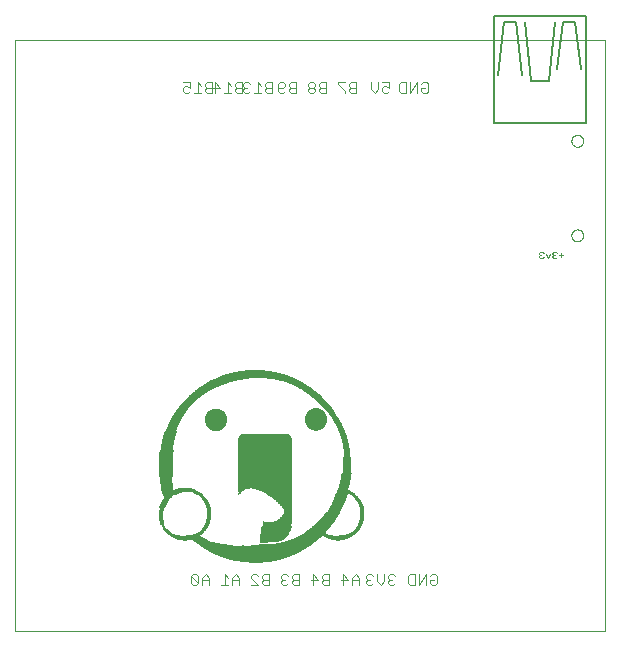
<source format=gbo>
G75*
%MOIN*%
%OFA0B0*%
%FSLAX25Y25*%
%IPPOS*%
%LPD*%
%AMOC8*
5,1,8,0,0,1.08239X$1,22.5*
%
%ADD10C,0.00000*%
%ADD11C,0.00200*%
%ADD12C,0.00300*%
%ADD13R,0.00080X0.00080*%
%ADD14R,0.04960X0.00080*%
%ADD15R,0.06960X0.00080*%
%ADD16R,0.08400X0.00080*%
%ADD17R,0.09600X0.00080*%
%ADD18R,0.10560X0.00080*%
%ADD19R,0.11520X0.00080*%
%ADD20R,0.12400X0.00080*%
%ADD21R,0.13200X0.00080*%
%ADD22R,0.13920X0.00080*%
%ADD23R,0.14720X0.00080*%
%ADD24R,0.15360X0.00080*%
%ADD25R,0.16000X0.00080*%
%ADD26R,0.16640X0.00080*%
%ADD27R,0.17200X0.00080*%
%ADD28R,0.17840X0.00080*%
%ADD29R,0.18320X0.00080*%
%ADD30R,0.18880X0.00080*%
%ADD31R,0.19440X0.00080*%
%ADD32R,0.19920X0.00080*%
%ADD33R,0.20400X0.00080*%
%ADD34R,0.20960X0.00080*%
%ADD35R,0.21360X0.00080*%
%ADD36R,0.21760X0.00080*%
%ADD37R,0.22240X0.00080*%
%ADD38R,0.22720X0.00080*%
%ADD39R,0.23120X0.00080*%
%ADD40R,0.23520X0.00080*%
%ADD41R,0.23920X0.00080*%
%ADD42R,0.24320X0.00080*%
%ADD43R,0.24720X0.00080*%
%ADD44R,0.25120X0.00080*%
%ADD45R,0.25520X0.00080*%
%ADD46R,0.25840X0.00080*%
%ADD47R,0.26240X0.00080*%
%ADD48R,0.26560X0.00080*%
%ADD49R,0.26880X0.00080*%
%ADD50R,0.27280X0.00080*%
%ADD51R,0.27600X0.00080*%
%ADD52R,0.27920X0.00080*%
%ADD53R,0.28240X0.00080*%
%ADD54R,0.28560X0.00080*%
%ADD55R,0.28880X0.00080*%
%ADD56R,0.29200X0.00080*%
%ADD57R,0.29520X0.00080*%
%ADD58R,0.29840X0.00080*%
%ADD59R,0.30160X0.00080*%
%ADD60R,0.30400X0.00080*%
%ADD61R,0.30720X0.00080*%
%ADD62R,0.31040X0.00080*%
%ADD63R,0.31280X0.00080*%
%ADD64R,0.31600X0.00080*%
%ADD65R,0.31840X0.00080*%
%ADD66R,0.32160X0.00080*%
%ADD67R,0.32400X0.00080*%
%ADD68R,0.32720X0.00080*%
%ADD69R,0.32960X0.00080*%
%ADD70R,0.33200X0.00080*%
%ADD71R,0.33520X0.00080*%
%ADD72R,0.33760X0.00080*%
%ADD73R,0.34000X0.00080*%
%ADD74R,0.34240X0.00080*%
%ADD75R,0.34480X0.00080*%
%ADD76R,0.34720X0.00080*%
%ADD77R,0.34960X0.00080*%
%ADD78R,0.35280X0.00080*%
%ADD79R,0.35520X0.00080*%
%ADD80R,0.35760X0.00080*%
%ADD81R,0.36000X0.00080*%
%ADD82R,0.10960X0.00080*%
%ADD83R,0.00400X0.00080*%
%ADD84R,0.19280X0.00080*%
%ADD85R,0.18560X0.00080*%
%ADD86R,0.10240X0.00080*%
%ADD87R,0.18000X0.00080*%
%ADD88R,0.09920X0.00080*%
%ADD89R,0.17680X0.00080*%
%ADD90R,0.09120X0.00080*%
%ADD91R,0.17280X0.00080*%
%ADD92R,0.08640X0.00080*%
%ADD93R,0.00160X0.00080*%
%ADD94R,0.16400X0.00080*%
%ADD95R,0.08160X0.00080*%
%ADD96R,0.13840X0.00080*%
%ADD97R,0.07520X0.00080*%
%ADD98R,0.12560X0.00080*%
%ADD99R,0.07200X0.00080*%
%ADD100R,0.12080X0.00080*%
%ADD101R,0.06720X0.00080*%
%ADD102R,0.06560X0.00080*%
%ADD103R,0.11280X0.00080*%
%ADD104R,0.06160X0.00080*%
%ADD105R,0.11040X0.00080*%
%ADD106R,0.05920X0.00080*%
%ADD107R,0.10880X0.00080*%
%ADD108R,0.05600X0.00080*%
%ADD109R,0.10640X0.00080*%
%ADD110R,0.05360X0.00080*%
%ADD111R,0.10400X0.00080*%
%ADD112R,0.05200X0.00080*%
%ADD113R,0.10320X0.00080*%
%ADD114R,0.02560X0.00080*%
%ADD115R,0.10160X0.00080*%
%ADD116R,0.04800X0.00080*%
%ADD117R,0.03840X0.00080*%
%ADD118R,0.09920X0.00080*%
%ADD119R,0.05040X0.00080*%
%ADD120R,0.09760X0.00080*%
%ADD121R,0.04720X0.00080*%
%ADD122R,0.05760X0.00080*%
%ADD123R,0.09680X0.00080*%
%ADD124R,0.04640X0.00080*%
%ADD125R,0.06240X0.00080*%
%ADD126R,0.09520X0.00080*%
%ADD127R,0.04560X0.00080*%
%ADD128R,0.06640X0.00080*%
%ADD129R,0.09360X0.00080*%
%ADD130R,0.06880X0.00080*%
%ADD131R,0.09200X0.00080*%
%ADD132R,0.07040X0.00080*%
%ADD133R,0.09040X0.00080*%
%ADD134R,0.01200X0.00080*%
%ADD135R,0.04480X0.00080*%
%ADD136R,0.07280X0.00080*%
%ADD137R,0.08960X0.00080*%
%ADD138R,0.01280X0.00080*%
%ADD139R,0.02640X0.00080*%
%ADD140R,0.04400X0.00080*%
%ADD141R,0.07440X0.00080*%
%ADD142R,0.08880X0.00080*%
%ADD143R,0.03600X0.00080*%
%ADD144R,0.04320X0.00080*%
%ADD145R,0.07600X0.00080*%
%ADD146R,0.08720X0.00080*%
%ADD147R,0.04240X0.00080*%
%ADD148R,0.07760X0.00080*%
%ADD149R,0.08560X0.00080*%
%ADD150R,0.09040X0.00080*%
%ADD151R,0.07840X0.00080*%
%ADD152R,0.04880X0.00080*%
%ADD153R,0.08000X0.00080*%
%ADD154R,0.08240X0.00080*%
%ADD155R,0.09280X0.00080*%
%ADD156R,0.08080X0.00080*%
%ADD157R,0.05840X0.00080*%
%ADD158R,0.08320X0.00080*%
%ADD159R,0.09520X0.00080*%
%ADD160R,0.07920X0.00080*%
%ADD161R,0.08480X0.00080*%
%ADD162R,0.07360X0.00080*%
%ADD163R,0.07680X0.00080*%
%ADD164R,0.08720X0.00080*%
%ADD165R,0.08320X0.00080*%
%ADD166R,0.09440X0.00080*%
%ADD167R,0.08800X0.00080*%
%ADD168R,0.07440X0.00080*%
%ADD169R,0.09120X0.00080*%
%ADD170R,0.03040X0.00080*%
%ADD171R,0.03120X0.00080*%
%ADD172R,0.04640X0.00080*%
%ADD173R,0.03920X0.00080*%
%ADD174R,0.03760X0.00080*%
%ADD175R,0.02320X0.00080*%
%ADD176R,0.03280X0.00080*%
%ADD177R,0.02320X0.00080*%
%ADD178R,0.03200X0.00080*%
%ADD179R,0.02080X0.00080*%
%ADD180R,0.02880X0.00080*%
%ADD181R,0.02720X0.00080*%
%ADD182R,0.01920X0.00080*%
%ADD183R,0.01680X0.00080*%
%ADD184R,0.02480X0.00080*%
%ADD185R,0.01600X0.00080*%
%ADD186R,0.02240X0.00080*%
%ADD187R,0.02160X0.00080*%
%ADD188R,0.01520X0.00080*%
%ADD189R,0.02000X0.00080*%
%ADD190R,0.07120X0.00080*%
%ADD191R,0.01440X0.00080*%
%ADD192R,0.01840X0.00080*%
%ADD193R,0.01760X0.00080*%
%ADD194R,0.01360X0.00080*%
%ADD195R,0.06640X0.00080*%
%ADD196R,0.06480X0.00080*%
%ADD197R,0.06400X0.00080*%
%ADD198R,0.01520X0.00080*%
%ADD199R,0.06320X0.00080*%
%ADD200R,0.01440X0.00080*%
%ADD201R,0.06320X0.00080*%
%ADD202R,0.01120X0.00080*%
%ADD203R,0.01040X0.00080*%
%ADD204R,0.01040X0.00080*%
%ADD205R,0.06080X0.00080*%
%ADD206R,0.00960X0.00080*%
%ADD207R,0.06000X0.00080*%
%ADD208R,0.05680X0.00080*%
%ADD209R,0.01120X0.00080*%
%ADD210R,0.05520X0.00080*%
%ADD211R,0.05520X0.00080*%
%ADD212R,0.00880X0.00080*%
%ADD213R,0.05440X0.00080*%
%ADD214R,0.05280X0.00080*%
%ADD215R,0.00560X0.00080*%
%ADD216R,0.05120X0.00080*%
%ADD217R,0.05120X0.00080*%
%ADD218R,0.04720X0.00080*%
%ADD219R,0.04320X0.00080*%
%ADD220R,0.04160X0.00080*%
%ADD221R,0.04080X0.00080*%
%ADD222R,0.04000X0.00080*%
%ADD223R,0.03920X0.00080*%
%ADD224R,0.03680X0.00080*%
%ADD225R,0.03520X0.00080*%
%ADD226R,0.03440X0.00080*%
%ADD227R,0.03360X0.00080*%
%ADD228R,0.03120X0.00080*%
%ADD229R,0.02960X0.00080*%
%ADD230R,0.02800X0.00080*%
%ADD231R,0.04240X0.00080*%
%ADD232R,0.01840X0.00080*%
%ADD233R,0.03840X0.00080*%
%ADD234R,0.01920X0.00080*%
%ADD235R,0.05920X0.00080*%
%ADD236R,0.02400X0.00080*%
%ADD237R,0.06800X0.00080*%
%ADD238R,0.07120X0.00080*%
%ADD239R,0.03520X0.00080*%
%ADD240R,0.00240X0.00080*%
%ADD241R,0.00320X0.00080*%
%ADD242R,0.00480X0.00080*%
%ADD243R,0.00640X0.00080*%
%ADD244R,0.00720X0.00080*%
%ADD245R,0.00800X0.00080*%
%ADD246R,0.02720X0.00080*%
%ADD247R,0.09840X0.00080*%
%ADD248R,0.11760X0.00080*%
%ADD249R,0.10000X0.00080*%
%ADD250R,0.11680X0.00080*%
%ADD251R,0.10720X0.00080*%
%ADD252R,0.11120X0.00080*%
%ADD253R,0.11360X0.00080*%
%ADD254R,0.11600X0.00080*%
%ADD255R,0.11840X0.00080*%
%ADD256R,0.12320X0.00080*%
%ADD257R,0.03040X0.00080*%
%ADD258R,0.12640X0.00080*%
%ADD259R,0.12960X0.00080*%
%ADD260R,0.13520X0.00080*%
%ADD261R,0.17760X0.00080*%
%ADD262R,0.03440X0.00080*%
%ADD263R,0.02240X0.00080*%
%ADD264R,0.17520X0.00080*%
%ADD265R,0.17360X0.00080*%
%ADD266R,0.17120X0.00080*%
%ADD267R,0.16960X0.00080*%
%ADD268R,0.16800X0.00080*%
%ADD269R,0.16720X0.00080*%
%ADD270R,0.16480X0.00080*%
%ADD271R,0.16320X0.00080*%
%ADD272R,0.16160X0.00080*%
%ADD273R,0.15840X0.00080*%
%ADD274R,0.15440X0.00080*%
%ADD275R,0.14880X0.00080*%
%ADD276R,0.06720X0.00080*%
%ADD277R,0.02640X0.00080*%
%ADD278R,0.05840X0.00080*%
%ADD279R,0.05040X0.00080*%
%ADD280R,0.07520X0.00080*%
%ADD281R,0.07840X0.00080*%
%ADD282R,0.05440X0.00080*%
%ADD283R,0.07920X0.00080*%
%ADD284R,0.08640X0.00080*%
%ADD285R,0.24560X0.00080*%
%ADD286R,0.24160X0.00080*%
%ADD287R,0.23760X0.00080*%
%ADD288R,0.23360X0.00080*%
%ADD289R,0.22960X0.00080*%
%ADD290R,0.22480X0.00080*%
%ADD291R,0.22080X0.00080*%
%ADD292R,0.21680X0.00080*%
%ADD293R,0.21200X0.00080*%
%ADD294R,0.20720X0.00080*%
%ADD295R,0.20240X0.00080*%
%ADD296R,0.19760X0.00080*%
%ADD297R,0.18720X0.00080*%
%ADD298R,0.18160X0.00080*%
%ADD299R,0.17120X0.00080*%
%ADD300R,0.15920X0.00080*%
%ADD301R,0.15200X0.00080*%
%ADD302R,0.14560X0.00080*%
%ADD303R,0.13840X0.00080*%
%ADD304R,0.13040X0.00080*%
%ADD305R,0.12320X0.00080*%
%ADD306R,0.11440X0.00080*%
%ADD307R,0.10480X0.00080*%
%ADD308C,0.00500*%
D10*
X0001800Y0001800D02*
X0001800Y0198650D01*
X0198650Y0198650D01*
X0198650Y0001800D01*
X0001800Y0001800D01*
X0187331Y0133552D02*
X0187333Y0133640D01*
X0187339Y0133728D01*
X0187349Y0133816D01*
X0187363Y0133904D01*
X0187380Y0133990D01*
X0187402Y0134076D01*
X0187427Y0134160D01*
X0187457Y0134244D01*
X0187489Y0134326D01*
X0187526Y0134406D01*
X0187566Y0134485D01*
X0187610Y0134562D01*
X0187657Y0134637D01*
X0187707Y0134709D01*
X0187761Y0134780D01*
X0187817Y0134847D01*
X0187877Y0134913D01*
X0187939Y0134975D01*
X0188005Y0135035D01*
X0188072Y0135091D01*
X0188143Y0135145D01*
X0188215Y0135195D01*
X0188290Y0135242D01*
X0188367Y0135286D01*
X0188446Y0135326D01*
X0188526Y0135363D01*
X0188608Y0135395D01*
X0188692Y0135425D01*
X0188776Y0135450D01*
X0188862Y0135472D01*
X0188948Y0135489D01*
X0189036Y0135503D01*
X0189124Y0135513D01*
X0189212Y0135519D01*
X0189300Y0135521D01*
X0189388Y0135519D01*
X0189476Y0135513D01*
X0189564Y0135503D01*
X0189652Y0135489D01*
X0189738Y0135472D01*
X0189824Y0135450D01*
X0189908Y0135425D01*
X0189992Y0135395D01*
X0190074Y0135363D01*
X0190154Y0135326D01*
X0190233Y0135286D01*
X0190310Y0135242D01*
X0190385Y0135195D01*
X0190457Y0135145D01*
X0190528Y0135091D01*
X0190595Y0135035D01*
X0190661Y0134975D01*
X0190723Y0134913D01*
X0190783Y0134847D01*
X0190839Y0134780D01*
X0190893Y0134709D01*
X0190943Y0134637D01*
X0190990Y0134562D01*
X0191034Y0134485D01*
X0191074Y0134406D01*
X0191111Y0134326D01*
X0191143Y0134244D01*
X0191173Y0134160D01*
X0191198Y0134076D01*
X0191220Y0133990D01*
X0191237Y0133904D01*
X0191251Y0133816D01*
X0191261Y0133728D01*
X0191267Y0133640D01*
X0191269Y0133552D01*
X0191267Y0133464D01*
X0191261Y0133376D01*
X0191251Y0133288D01*
X0191237Y0133200D01*
X0191220Y0133114D01*
X0191198Y0133028D01*
X0191173Y0132944D01*
X0191143Y0132860D01*
X0191111Y0132778D01*
X0191074Y0132698D01*
X0191034Y0132619D01*
X0190990Y0132542D01*
X0190943Y0132467D01*
X0190893Y0132395D01*
X0190839Y0132324D01*
X0190783Y0132257D01*
X0190723Y0132191D01*
X0190661Y0132129D01*
X0190595Y0132069D01*
X0190528Y0132013D01*
X0190457Y0131959D01*
X0190385Y0131909D01*
X0190310Y0131862D01*
X0190233Y0131818D01*
X0190154Y0131778D01*
X0190074Y0131741D01*
X0189992Y0131709D01*
X0189908Y0131679D01*
X0189824Y0131654D01*
X0189738Y0131632D01*
X0189652Y0131615D01*
X0189564Y0131601D01*
X0189476Y0131591D01*
X0189388Y0131585D01*
X0189300Y0131583D01*
X0189212Y0131585D01*
X0189124Y0131591D01*
X0189036Y0131601D01*
X0188948Y0131615D01*
X0188862Y0131632D01*
X0188776Y0131654D01*
X0188692Y0131679D01*
X0188608Y0131709D01*
X0188526Y0131741D01*
X0188446Y0131778D01*
X0188367Y0131818D01*
X0188290Y0131862D01*
X0188215Y0131909D01*
X0188143Y0131959D01*
X0188072Y0132013D01*
X0188005Y0132069D01*
X0187939Y0132129D01*
X0187877Y0132191D01*
X0187817Y0132257D01*
X0187761Y0132324D01*
X0187707Y0132395D01*
X0187657Y0132467D01*
X0187610Y0132542D01*
X0187566Y0132619D01*
X0187526Y0132698D01*
X0187489Y0132778D01*
X0187457Y0132860D01*
X0187427Y0132944D01*
X0187402Y0133028D01*
X0187380Y0133114D01*
X0187363Y0133200D01*
X0187349Y0133288D01*
X0187339Y0133376D01*
X0187333Y0133464D01*
X0187331Y0133552D01*
X0187331Y0165048D02*
X0187333Y0165136D01*
X0187339Y0165224D01*
X0187349Y0165312D01*
X0187363Y0165400D01*
X0187380Y0165486D01*
X0187402Y0165572D01*
X0187427Y0165656D01*
X0187457Y0165740D01*
X0187489Y0165822D01*
X0187526Y0165902D01*
X0187566Y0165981D01*
X0187610Y0166058D01*
X0187657Y0166133D01*
X0187707Y0166205D01*
X0187761Y0166276D01*
X0187817Y0166343D01*
X0187877Y0166409D01*
X0187939Y0166471D01*
X0188005Y0166531D01*
X0188072Y0166587D01*
X0188143Y0166641D01*
X0188215Y0166691D01*
X0188290Y0166738D01*
X0188367Y0166782D01*
X0188446Y0166822D01*
X0188526Y0166859D01*
X0188608Y0166891D01*
X0188692Y0166921D01*
X0188776Y0166946D01*
X0188862Y0166968D01*
X0188948Y0166985D01*
X0189036Y0166999D01*
X0189124Y0167009D01*
X0189212Y0167015D01*
X0189300Y0167017D01*
X0189388Y0167015D01*
X0189476Y0167009D01*
X0189564Y0166999D01*
X0189652Y0166985D01*
X0189738Y0166968D01*
X0189824Y0166946D01*
X0189908Y0166921D01*
X0189992Y0166891D01*
X0190074Y0166859D01*
X0190154Y0166822D01*
X0190233Y0166782D01*
X0190310Y0166738D01*
X0190385Y0166691D01*
X0190457Y0166641D01*
X0190528Y0166587D01*
X0190595Y0166531D01*
X0190661Y0166471D01*
X0190723Y0166409D01*
X0190783Y0166343D01*
X0190839Y0166276D01*
X0190893Y0166205D01*
X0190943Y0166133D01*
X0190990Y0166058D01*
X0191034Y0165981D01*
X0191074Y0165902D01*
X0191111Y0165822D01*
X0191143Y0165740D01*
X0191173Y0165656D01*
X0191198Y0165572D01*
X0191220Y0165486D01*
X0191237Y0165400D01*
X0191251Y0165312D01*
X0191261Y0165224D01*
X0191267Y0165136D01*
X0191269Y0165048D01*
X0191267Y0164960D01*
X0191261Y0164872D01*
X0191251Y0164784D01*
X0191237Y0164696D01*
X0191220Y0164610D01*
X0191198Y0164524D01*
X0191173Y0164440D01*
X0191143Y0164356D01*
X0191111Y0164274D01*
X0191074Y0164194D01*
X0191034Y0164115D01*
X0190990Y0164038D01*
X0190943Y0163963D01*
X0190893Y0163891D01*
X0190839Y0163820D01*
X0190783Y0163753D01*
X0190723Y0163687D01*
X0190661Y0163625D01*
X0190595Y0163565D01*
X0190528Y0163509D01*
X0190457Y0163455D01*
X0190385Y0163405D01*
X0190310Y0163358D01*
X0190233Y0163314D01*
X0190154Y0163274D01*
X0190074Y0163237D01*
X0189992Y0163205D01*
X0189908Y0163175D01*
X0189824Y0163150D01*
X0189738Y0163128D01*
X0189652Y0163111D01*
X0189564Y0163097D01*
X0189476Y0163087D01*
X0189388Y0163081D01*
X0189300Y0163079D01*
X0189212Y0163081D01*
X0189124Y0163087D01*
X0189036Y0163097D01*
X0188948Y0163111D01*
X0188862Y0163128D01*
X0188776Y0163150D01*
X0188692Y0163175D01*
X0188608Y0163205D01*
X0188526Y0163237D01*
X0188446Y0163274D01*
X0188367Y0163314D01*
X0188290Y0163358D01*
X0188215Y0163405D01*
X0188143Y0163455D01*
X0188072Y0163509D01*
X0188005Y0163565D01*
X0187939Y0163625D01*
X0187877Y0163687D01*
X0187817Y0163753D01*
X0187761Y0163820D01*
X0187707Y0163891D01*
X0187657Y0163963D01*
X0187610Y0164038D01*
X0187566Y0164115D01*
X0187526Y0164194D01*
X0187489Y0164274D01*
X0187457Y0164356D01*
X0187427Y0164440D01*
X0187402Y0164524D01*
X0187380Y0164610D01*
X0187363Y0164696D01*
X0187349Y0164784D01*
X0187339Y0164872D01*
X0187333Y0164960D01*
X0187331Y0165048D01*
D11*
X0182123Y0128102D02*
X0181389Y0128102D01*
X0181022Y0127735D01*
X0181022Y0127368D01*
X0181389Y0127001D01*
X0181022Y0126634D01*
X0181022Y0126267D01*
X0181389Y0125900D01*
X0182123Y0125900D01*
X0182490Y0126267D01*
X0181756Y0127001D02*
X0181389Y0127001D01*
X0180280Y0127368D02*
X0179546Y0125900D01*
X0178812Y0127368D01*
X0178070Y0127735D02*
X0177703Y0128102D01*
X0176969Y0128102D01*
X0176602Y0127735D01*
X0176602Y0127368D01*
X0176969Y0127001D01*
X0176602Y0126634D01*
X0176602Y0126267D01*
X0176969Y0125900D01*
X0177703Y0125900D01*
X0178070Y0126267D01*
X0177336Y0127001D02*
X0176969Y0127001D01*
X0182123Y0128102D02*
X0182490Y0127735D01*
X0183232Y0127001D02*
X0184700Y0127001D01*
X0183966Y0127735D02*
X0183966Y0126267D01*
D12*
X0139082Y0180950D02*
X0137848Y0180950D01*
X0137231Y0181567D01*
X0137231Y0182802D01*
X0138465Y0182802D01*
X0137231Y0184036D02*
X0137848Y0184653D01*
X0139082Y0184653D01*
X0139699Y0184036D01*
X0139699Y0181567D01*
X0139082Y0180950D01*
X0136016Y0180950D02*
X0136016Y0184653D01*
X0133548Y0180950D01*
X0133548Y0184653D01*
X0132333Y0184653D02*
X0130482Y0184653D01*
X0129864Y0184036D01*
X0129864Y0181567D01*
X0130482Y0180950D01*
X0132333Y0180950D01*
X0132333Y0184653D01*
X0126650Y0184653D02*
X0126650Y0182802D01*
X0125416Y0183419D01*
X0124798Y0183419D01*
X0124181Y0182802D01*
X0124181Y0181567D01*
X0124798Y0180950D01*
X0126033Y0180950D01*
X0126650Y0181567D01*
X0126650Y0184653D02*
X0124181Y0184653D01*
X0122967Y0184653D02*
X0122967Y0182184D01*
X0121732Y0180950D01*
X0120498Y0182184D01*
X0120498Y0184653D01*
X0115650Y0184653D02*
X0115650Y0180950D01*
X0113798Y0180950D01*
X0113181Y0181567D01*
X0113181Y0182184D01*
X0113798Y0182802D01*
X0115650Y0182802D01*
X0115650Y0184653D02*
X0113798Y0184653D01*
X0113181Y0184036D01*
X0113181Y0183419D01*
X0113798Y0182802D01*
X0111967Y0181567D02*
X0111967Y0180950D01*
X0111967Y0181567D02*
X0109498Y0184036D01*
X0109498Y0184653D01*
X0111967Y0184653D01*
X0105650Y0184653D02*
X0105650Y0180950D01*
X0103798Y0180950D01*
X0103181Y0181567D01*
X0103181Y0182184D01*
X0103798Y0182802D01*
X0105650Y0182802D01*
X0105650Y0184653D02*
X0103798Y0184653D01*
X0103181Y0184036D01*
X0103181Y0183419D01*
X0103798Y0182802D01*
X0101967Y0183419D02*
X0101967Y0184036D01*
X0101350Y0184653D01*
X0100115Y0184653D01*
X0099498Y0184036D01*
X0099498Y0183419D01*
X0100115Y0182802D01*
X0101350Y0182802D01*
X0101967Y0183419D01*
X0101350Y0182802D02*
X0101967Y0182184D01*
X0101967Y0181567D01*
X0101350Y0180950D01*
X0100115Y0180950D01*
X0099498Y0181567D01*
X0099498Y0182184D01*
X0100115Y0182802D01*
X0095650Y0182802D02*
X0093798Y0182802D01*
X0093181Y0182184D01*
X0093181Y0181567D01*
X0093798Y0180950D01*
X0095650Y0180950D01*
X0095650Y0184653D01*
X0093798Y0184653D01*
X0093181Y0184036D01*
X0093181Y0183419D01*
X0093798Y0182802D01*
X0091967Y0183419D02*
X0091350Y0182802D01*
X0089498Y0182802D01*
X0089498Y0184036D02*
X0089498Y0181567D01*
X0090115Y0180950D01*
X0091350Y0180950D01*
X0091967Y0181567D01*
X0091967Y0183419D02*
X0091967Y0184036D01*
X0091350Y0184653D01*
X0090115Y0184653D01*
X0089498Y0184036D01*
X0087650Y0184653D02*
X0087650Y0180950D01*
X0085798Y0180950D01*
X0085181Y0181567D01*
X0085181Y0182184D01*
X0085798Y0182802D01*
X0087650Y0182802D01*
X0087650Y0184653D02*
X0085798Y0184653D01*
X0085181Y0184036D01*
X0085181Y0183419D01*
X0085798Y0182802D01*
X0083967Y0183419D02*
X0082732Y0184653D01*
X0082732Y0180950D01*
X0081498Y0180950D02*
X0083967Y0180950D01*
X0080284Y0181567D02*
X0079667Y0180950D01*
X0078432Y0180950D01*
X0077815Y0181567D01*
X0077815Y0182184D01*
X0078432Y0182802D01*
X0079049Y0182802D01*
X0078432Y0182802D02*
X0077815Y0183419D01*
X0077815Y0184036D01*
X0078432Y0184653D01*
X0079667Y0184653D01*
X0080284Y0184036D01*
X0077650Y0184653D02*
X0077650Y0180950D01*
X0075798Y0180950D01*
X0075181Y0181567D01*
X0075181Y0182184D01*
X0075798Y0182802D01*
X0077650Y0182802D01*
X0077650Y0184653D02*
X0075798Y0184653D01*
X0075181Y0184036D01*
X0075181Y0183419D01*
X0075798Y0182802D01*
X0073967Y0183419D02*
X0072732Y0184653D01*
X0072732Y0180950D01*
X0071498Y0180950D02*
X0073967Y0180950D01*
X0070284Y0182802D02*
X0067815Y0182802D01*
X0067650Y0182802D02*
X0065798Y0182802D01*
X0065181Y0182184D01*
X0065181Y0181567D01*
X0065798Y0180950D01*
X0067650Y0180950D01*
X0067650Y0184653D01*
X0065798Y0184653D01*
X0065181Y0184036D01*
X0065181Y0183419D01*
X0065798Y0182802D01*
X0063967Y0183419D02*
X0062732Y0184653D01*
X0062732Y0180950D01*
X0061498Y0180950D02*
X0063967Y0180950D01*
X0060284Y0181567D02*
X0059667Y0180950D01*
X0058432Y0180950D01*
X0057815Y0181567D01*
X0057815Y0182802D01*
X0058432Y0183419D01*
X0059049Y0183419D01*
X0060284Y0182802D01*
X0060284Y0184653D01*
X0057815Y0184653D01*
X0068432Y0184653D02*
X0068432Y0180950D01*
X0070284Y0182802D02*
X0068432Y0184653D01*
X0065416Y0020653D02*
X0064181Y0019419D01*
X0064181Y0016950D01*
X0062967Y0017567D02*
X0062967Y0020036D01*
X0062350Y0020653D01*
X0061115Y0020653D01*
X0060498Y0020036D01*
X0062967Y0017567D01*
X0062350Y0016950D01*
X0061115Y0016950D01*
X0060498Y0017567D01*
X0060498Y0020036D01*
X0064181Y0018802D02*
X0066650Y0018802D01*
X0066650Y0019419D02*
X0065416Y0020653D01*
X0066650Y0019419D02*
X0066650Y0016950D01*
X0070498Y0016950D02*
X0072967Y0016950D01*
X0074181Y0016950D02*
X0074181Y0019419D01*
X0075416Y0020653D01*
X0076650Y0019419D01*
X0076650Y0016950D01*
X0076650Y0018802D02*
X0074181Y0018802D01*
X0072967Y0019419D02*
X0071732Y0020653D01*
X0071732Y0016950D01*
X0080498Y0016950D02*
X0082967Y0016950D01*
X0080498Y0019419D01*
X0080498Y0020036D01*
X0081115Y0020653D01*
X0082350Y0020653D01*
X0082967Y0020036D01*
X0084181Y0020036D02*
X0084181Y0019419D01*
X0084798Y0018802D01*
X0086650Y0018802D01*
X0086650Y0020653D02*
X0084798Y0020653D01*
X0084181Y0020036D01*
X0084798Y0018802D02*
X0084181Y0018184D01*
X0084181Y0017567D01*
X0084798Y0016950D01*
X0086650Y0016950D01*
X0086650Y0020653D01*
X0090498Y0020036D02*
X0090498Y0019419D01*
X0091115Y0018802D01*
X0090498Y0018184D01*
X0090498Y0017567D01*
X0091115Y0016950D01*
X0092350Y0016950D01*
X0092967Y0017567D01*
X0094181Y0017567D02*
X0094798Y0016950D01*
X0096650Y0016950D01*
X0096650Y0020653D01*
X0094798Y0020653D01*
X0094181Y0020036D01*
X0094181Y0019419D01*
X0094798Y0018802D01*
X0096650Y0018802D01*
X0094798Y0018802D02*
X0094181Y0018184D01*
X0094181Y0017567D01*
X0091732Y0018802D02*
X0091115Y0018802D01*
X0090498Y0020036D02*
X0091115Y0020653D01*
X0092350Y0020653D01*
X0092967Y0020036D01*
X0100498Y0018802D02*
X0102967Y0018802D01*
X0101115Y0020653D01*
X0101115Y0016950D01*
X0104181Y0017567D02*
X0104798Y0016950D01*
X0106650Y0016950D01*
X0106650Y0020653D01*
X0104798Y0020653D01*
X0104181Y0020036D01*
X0104181Y0019419D01*
X0104798Y0018802D01*
X0106650Y0018802D01*
X0104798Y0018802D02*
X0104181Y0018184D01*
X0104181Y0017567D01*
X0110498Y0018802D02*
X0112967Y0018802D01*
X0111115Y0020653D01*
X0111115Y0016950D01*
X0114181Y0016950D02*
X0114181Y0019419D01*
X0115416Y0020653D01*
X0116650Y0019419D01*
X0116650Y0016950D01*
X0116650Y0018802D02*
X0114181Y0018802D01*
X0118815Y0019419D02*
X0119432Y0018802D01*
X0118815Y0018184D01*
X0118815Y0017567D01*
X0119432Y0016950D01*
X0120667Y0016950D01*
X0121284Y0017567D01*
X0122498Y0018184D02*
X0122498Y0020653D01*
X0121284Y0020036D02*
X0120667Y0020653D01*
X0119432Y0020653D01*
X0118815Y0020036D01*
X0118815Y0019419D01*
X0119432Y0018802D02*
X0120049Y0018802D01*
X0122498Y0018184D02*
X0123732Y0016950D01*
X0124967Y0018184D01*
X0124967Y0020653D01*
X0126181Y0020036D02*
X0126181Y0019419D01*
X0126798Y0018802D01*
X0126181Y0018184D01*
X0126181Y0017567D01*
X0126798Y0016950D01*
X0128033Y0016950D01*
X0128650Y0017567D01*
X0127416Y0018802D02*
X0126798Y0018802D01*
X0126181Y0020036D02*
X0126798Y0020653D01*
X0128033Y0020653D01*
X0128650Y0020036D01*
X0132815Y0020036D02*
X0132815Y0017567D01*
X0133432Y0016950D01*
X0135284Y0016950D01*
X0135284Y0020653D01*
X0133432Y0020653D01*
X0132815Y0020036D01*
X0136498Y0020653D02*
X0136498Y0016950D01*
X0138967Y0020653D01*
X0138967Y0016950D01*
X0140181Y0017567D02*
X0140181Y0018802D01*
X0141416Y0018802D01*
X0142650Y0020036D02*
X0142033Y0020653D01*
X0140798Y0020653D01*
X0140181Y0020036D01*
X0140181Y0017567D02*
X0140798Y0016950D01*
X0142033Y0016950D01*
X0142650Y0017567D01*
X0142650Y0020036D01*
D13*
X0099640Y0035080D03*
X0084920Y0037880D03*
X0082040Y0024360D03*
X0070920Y0083560D03*
D14*
X0065760Y0082440D03*
X0091680Y0044680D03*
X0091680Y0038200D03*
X0106080Y0038520D03*
X0106240Y0038760D03*
X0106320Y0038840D03*
X0082240Y0024440D03*
X0064560Y0031160D03*
X0102320Y0069320D03*
D15*
X0102360Y0070840D03*
X0102360Y0070920D03*
X0102360Y0073160D03*
X0102360Y0073240D03*
X0081880Y0088200D03*
X0070120Y0084520D03*
X0069000Y0073080D03*
X0069000Y0073000D03*
X0069000Y0072920D03*
X0069000Y0070840D03*
X0069000Y0070760D03*
X0069000Y0070680D03*
X0054440Y0047880D03*
X0082200Y0024520D03*
D16*
X0082200Y0024600D03*
X0087880Y0032520D03*
X0098680Y0032120D03*
X0090360Y0085800D03*
X0081880Y0088120D03*
D17*
X0089280Y0037000D03*
X0089280Y0036920D03*
X0089280Y0036840D03*
X0089200Y0036760D03*
X0089200Y0036680D03*
X0089200Y0036600D03*
X0089200Y0036520D03*
X0089120Y0036280D03*
X0088800Y0035000D03*
X0088800Y0034920D03*
X0088720Y0034840D03*
X0088720Y0034760D03*
X0088720Y0034680D03*
X0082160Y0024680D03*
X0058720Y0033080D03*
D18*
X0068960Y0029960D03*
X0082080Y0024760D03*
X0088880Y0048280D03*
D19*
X0095280Y0030600D03*
X0082080Y0024840D03*
X0056640Y0048200D03*
D20*
X0082040Y0024920D03*
D21*
X0082040Y0025000D03*
D22*
X0082000Y0025080D03*
D23*
X0082000Y0025160D03*
D24*
X0082000Y0025240D03*
D25*
X0082000Y0025320D03*
D26*
X0082000Y0025400D03*
D27*
X0081960Y0025480D03*
X0085320Y0066200D03*
D28*
X0081960Y0025560D03*
D29*
X0081960Y0025640D03*
D30*
X0081920Y0025720D03*
D31*
X0081960Y0025800D03*
D32*
X0081960Y0025880D03*
D33*
X0081960Y0025960D03*
D34*
X0081920Y0026040D03*
D35*
X0081960Y0026120D03*
D36*
X0081920Y0026200D03*
D37*
X0081920Y0026280D03*
D38*
X0081920Y0026360D03*
D39*
X0081880Y0026440D03*
D40*
X0081920Y0026520D03*
D41*
X0081880Y0026600D03*
D42*
X0081920Y0026680D03*
D43*
X0081880Y0026760D03*
D44*
X0081920Y0026840D03*
D45*
X0081880Y0026920D03*
D46*
X0081880Y0027000D03*
D47*
X0081920Y0027080D03*
D48*
X0081920Y0027160D03*
D49*
X0081920Y0027240D03*
D50*
X0081880Y0027320D03*
D51*
X0081880Y0027400D03*
D52*
X0081880Y0027480D03*
D53*
X0081880Y0027560D03*
D54*
X0081880Y0027640D03*
D55*
X0081880Y0027720D03*
D56*
X0081880Y0027800D03*
D57*
X0081880Y0027880D03*
D58*
X0081880Y0027960D03*
D59*
X0081880Y0028040D03*
D60*
X0081920Y0028120D03*
D61*
X0081920Y0028200D03*
D62*
X0081920Y0028280D03*
D63*
X0081880Y0028360D03*
D64*
X0081880Y0028440D03*
D65*
X0081920Y0028520D03*
D66*
X0081920Y0028600D03*
D67*
X0081880Y0028680D03*
D68*
X0081880Y0028760D03*
D69*
X0081920Y0028840D03*
D70*
X0081880Y0028920D03*
D71*
X0081880Y0029000D03*
D72*
X0081920Y0029080D03*
D73*
X0081880Y0029160D03*
D74*
X0081920Y0029240D03*
D75*
X0081880Y0029320D03*
D76*
X0081920Y0029400D03*
D77*
X0081880Y0029480D03*
D78*
X0081880Y0029560D03*
D79*
X0081920Y0029640D03*
D80*
X0081880Y0029720D03*
D81*
X0081920Y0029800D03*
D82*
X0069320Y0029880D03*
X0088680Y0048440D03*
D83*
X0076600Y0047240D03*
X0077880Y0029880D03*
D84*
X0090360Y0029880D03*
X0081880Y0086920D03*
D85*
X0090800Y0029960D03*
D86*
X0068720Y0030040D03*
X0074160Y0085720D03*
D87*
X0091240Y0030040D03*
D88*
X0068400Y0030120D03*
D89*
X0091480Y0030120D03*
X0085320Y0056360D03*
X0085320Y0056440D03*
X0085320Y0056520D03*
X0085320Y0057480D03*
X0085320Y0057560D03*
X0085320Y0057640D03*
X0085320Y0057720D03*
X0085320Y0057800D03*
X0085320Y0057880D03*
X0085320Y0057960D03*
X0085320Y0058040D03*
X0085320Y0058120D03*
X0085320Y0058200D03*
X0085320Y0058280D03*
X0085320Y0058360D03*
X0085320Y0058440D03*
X0085320Y0058520D03*
X0085320Y0058600D03*
X0085320Y0058680D03*
X0085320Y0058760D03*
X0085320Y0058840D03*
X0085320Y0058920D03*
X0085320Y0059000D03*
X0085320Y0059080D03*
X0085320Y0059160D03*
X0085320Y0059240D03*
X0085320Y0059320D03*
X0085320Y0059400D03*
X0085320Y0059480D03*
X0085320Y0059560D03*
X0085320Y0059640D03*
X0085320Y0059720D03*
X0085320Y0059800D03*
X0085320Y0059880D03*
X0085320Y0059960D03*
X0085320Y0060040D03*
X0085320Y0060120D03*
X0085320Y0060200D03*
X0085320Y0060280D03*
X0085320Y0060360D03*
X0085320Y0060440D03*
X0085320Y0060520D03*
X0085320Y0060600D03*
X0085320Y0060680D03*
X0085320Y0060760D03*
X0085320Y0060840D03*
X0085320Y0060920D03*
X0085320Y0061000D03*
X0085320Y0061080D03*
X0085320Y0061160D03*
X0085320Y0061240D03*
X0085320Y0061320D03*
X0085320Y0061400D03*
X0085320Y0061480D03*
X0085320Y0061560D03*
X0085320Y0061640D03*
X0085320Y0061720D03*
X0085320Y0061800D03*
X0085320Y0061880D03*
X0085320Y0061960D03*
X0085320Y0062040D03*
X0085320Y0062120D03*
X0085320Y0062200D03*
X0085320Y0062280D03*
X0085320Y0062360D03*
X0085320Y0062440D03*
X0085320Y0062520D03*
X0085320Y0062600D03*
X0085320Y0062680D03*
X0085320Y0062760D03*
X0085320Y0062840D03*
X0085320Y0062920D03*
X0085320Y0063000D03*
X0085320Y0063080D03*
X0085320Y0063160D03*
X0085320Y0063240D03*
X0085320Y0063320D03*
X0085320Y0063400D03*
X0085320Y0063480D03*
X0085320Y0063560D03*
X0085320Y0063640D03*
X0085320Y0063720D03*
X0085320Y0063800D03*
X0085320Y0063880D03*
X0085320Y0063960D03*
X0085320Y0064040D03*
X0085320Y0064120D03*
X0085320Y0064200D03*
X0085320Y0064280D03*
X0085320Y0064360D03*
X0085320Y0064440D03*
X0085320Y0064520D03*
X0085320Y0064600D03*
X0085320Y0064680D03*
X0085320Y0064760D03*
X0085320Y0064840D03*
X0085320Y0064920D03*
X0085320Y0065000D03*
X0085320Y0065080D03*
X0085320Y0065160D03*
X0085320Y0065240D03*
X0085320Y0065320D03*
X0085320Y0065400D03*
X0085320Y0065480D03*
X0085320Y0065560D03*
X0085320Y0065640D03*
X0081880Y0087160D03*
D90*
X0089840Y0085880D03*
X0088320Y0033480D03*
X0067920Y0030200D03*
D91*
X0091840Y0030200D03*
X0085360Y0066120D03*
D92*
X0089840Y0047320D03*
X0088000Y0032760D03*
X0067520Y0030280D03*
X0109600Y0032920D03*
D93*
X0084000Y0030280D03*
X0076480Y0046840D03*
X0076480Y0046920D03*
X0074000Y0084600D03*
D94*
X0092360Y0030280D03*
D95*
X0087760Y0032360D03*
X0099040Y0032280D03*
X0090080Y0047080D03*
X0067200Y0030360D03*
D96*
X0093800Y0030360D03*
D97*
X0100000Y0032920D03*
X0100160Y0033000D03*
X0090400Y0046680D03*
X0066800Y0030440D03*
D98*
X0094520Y0030440D03*
D99*
X0100720Y0033400D03*
X0066480Y0030520D03*
X0068960Y0071240D03*
X0068960Y0072520D03*
X0102320Y0072680D03*
X0102320Y0072760D03*
X0102320Y0071400D03*
X0102320Y0071320D03*
X0102320Y0071240D03*
D100*
X0088120Y0048840D03*
X0094840Y0030520D03*
D101*
X0101760Y0034120D03*
X0109600Y0032440D03*
X0090800Y0046120D03*
X0068960Y0070440D03*
X0066160Y0030600D03*
D102*
X0066000Y0030680D03*
X0090880Y0046040D03*
X0102000Y0034280D03*
X0102320Y0070360D03*
X0102320Y0070440D03*
D103*
X0095480Y0030680D03*
D104*
X0102760Y0035000D03*
X0102840Y0035080D03*
X0103000Y0035240D03*
X0103080Y0035320D03*
X0091080Y0045720D03*
X0102360Y0070040D03*
X0102360Y0074040D03*
X0092520Y0085320D03*
X0069000Y0073880D03*
X0069000Y0069960D03*
X0069000Y0069880D03*
X0054120Y0047720D03*
X0065640Y0030760D03*
D105*
X0095680Y0030760D03*
D106*
X0103440Y0035640D03*
X0103520Y0035720D03*
X0102320Y0069880D03*
X0102320Y0074200D03*
X0065440Y0030840D03*
D107*
X0095920Y0030840D03*
D108*
X0104240Y0036440D03*
X0102320Y0069640D03*
X0093440Y0085000D03*
X0067360Y0083320D03*
X0058480Y0048680D03*
X0065200Y0030920D03*
D109*
X0096120Y0030920D03*
X0074600Y0085800D03*
D110*
X0081880Y0088280D03*
X0093880Y0084840D03*
X0102360Y0074520D03*
X0111880Y0047560D03*
X0105160Y0037400D03*
X0104920Y0037080D03*
X0104840Y0037000D03*
X0104680Y0036840D03*
X0109560Y0032200D03*
X0091480Y0038040D03*
X0091480Y0045080D03*
X0069000Y0069400D03*
X0069000Y0074360D03*
X0053800Y0047480D03*
X0064920Y0031000D03*
D111*
X0088960Y0048200D03*
X0096320Y0031000D03*
D112*
X0105400Y0037720D03*
X0105480Y0037800D03*
X0105560Y0037880D03*
X0105640Y0037960D03*
X0105640Y0038040D03*
X0111800Y0047640D03*
X0091560Y0044920D03*
X0069000Y0069320D03*
X0069000Y0074440D03*
X0066200Y0082680D03*
X0094120Y0084760D03*
X0094280Y0084680D03*
X0102360Y0074600D03*
X0064760Y0031080D03*
D113*
X0096520Y0031080D03*
D114*
X0084960Y0031160D03*
X0062560Y0033560D03*
X0054880Y0033320D03*
X0102320Y0068600D03*
X0105760Y0076280D03*
X0105680Y0076360D03*
X0105600Y0076440D03*
X0105440Y0076600D03*
X0105360Y0076680D03*
X0105200Y0076920D03*
X0105040Y0077080D03*
X0112640Y0057240D03*
X0112640Y0057160D03*
X0112640Y0057080D03*
X0112640Y0057000D03*
X0112640Y0056920D03*
X0112640Y0056840D03*
X0112640Y0056760D03*
X0112640Y0056680D03*
X0113600Y0033560D03*
D115*
X0096680Y0031160D03*
X0089080Y0048120D03*
D116*
X0091760Y0044520D03*
X0102320Y0069240D03*
X0065360Y0082200D03*
X0064240Y0031320D03*
X0064400Y0031240D03*
D117*
X0053200Y0046920D03*
X0052560Y0049080D03*
X0052560Y0049160D03*
X0052560Y0049240D03*
X0052560Y0049320D03*
X0052960Y0064920D03*
X0052960Y0065000D03*
X0052960Y0065080D03*
X0052960Y0065160D03*
X0053040Y0065240D03*
X0053040Y0065320D03*
X0053040Y0065400D03*
X0053120Y0065640D03*
X0053120Y0065720D03*
X0062240Y0080040D03*
X0062320Y0080120D03*
X0062400Y0080200D03*
X0062720Y0080440D03*
X0068960Y0075000D03*
X0097760Y0083000D03*
X0097920Y0082920D03*
X0098000Y0082840D03*
X0098160Y0082760D03*
X0110400Y0046040D03*
X0110320Y0045800D03*
X0110240Y0045560D03*
X0110160Y0045320D03*
X0109840Y0044520D03*
X0109760Y0044360D03*
X0109600Y0044040D03*
X0109600Y0043960D03*
X0109520Y0043880D03*
X0109520Y0043800D03*
X0109440Y0043640D03*
X0092240Y0043480D03*
X0092240Y0039080D03*
X0085600Y0031240D03*
D118*
X0096880Y0031240D03*
X0073840Y0085640D03*
D119*
X0065960Y0082520D03*
X0069000Y0074520D03*
X0069000Y0069240D03*
X0053640Y0047320D03*
X0086200Y0031320D03*
X0091640Y0044760D03*
X0106120Y0038600D03*
X0106200Y0038680D03*
X0102360Y0074680D03*
X0094520Y0084600D03*
D120*
X0088960Y0035640D03*
X0097040Y0031320D03*
D121*
X0106680Y0039240D03*
X0106920Y0039560D03*
X0111640Y0047880D03*
X0095080Y0084360D03*
X0065240Y0082120D03*
X0065080Y0082040D03*
X0053480Y0047240D03*
X0061080Y0033240D03*
X0064120Y0031400D03*
D122*
X0086560Y0031400D03*
X0091280Y0037880D03*
X0091280Y0045400D03*
X0093200Y0085080D03*
X0067680Y0083480D03*
D123*
X0089320Y0047880D03*
X0089160Y0036440D03*
X0089160Y0036360D03*
X0089080Y0036200D03*
X0089080Y0036120D03*
X0089080Y0036040D03*
X0089080Y0035960D03*
X0089000Y0035880D03*
X0089000Y0035800D03*
X0089000Y0035720D03*
X0088920Y0035560D03*
X0088920Y0035480D03*
X0088920Y0035400D03*
X0088920Y0035320D03*
X0088840Y0035240D03*
X0088840Y0035160D03*
X0088840Y0035080D03*
X0097240Y0031400D03*
D124*
X0106800Y0039400D03*
X0106960Y0039640D03*
X0107040Y0039720D03*
X0107200Y0039960D03*
X0111600Y0047960D03*
X0091840Y0044360D03*
X0064000Y0031480D03*
X0064960Y0081960D03*
X0095440Y0084200D03*
D125*
X0102320Y0073960D03*
X0102320Y0070120D03*
X0091040Y0045800D03*
X0102720Y0034920D03*
X0109600Y0032360D03*
X0086800Y0031480D03*
X0068960Y0073800D03*
X0068640Y0083880D03*
D126*
X0089400Y0047800D03*
X0088600Y0034360D03*
X0088600Y0034280D03*
X0097400Y0031480D03*
X0059560Y0032600D03*
X0059400Y0032680D03*
X0058600Y0033160D03*
D127*
X0063640Y0031720D03*
X0063720Y0031640D03*
X0063880Y0031560D03*
X0053480Y0047160D03*
X0052120Y0054920D03*
X0052120Y0055000D03*
X0052120Y0055080D03*
X0052120Y0055160D03*
X0052120Y0055240D03*
X0052120Y0055320D03*
X0052120Y0055400D03*
X0052120Y0055480D03*
X0052120Y0055560D03*
X0052120Y0055640D03*
X0052120Y0055720D03*
X0052120Y0055800D03*
X0052120Y0055880D03*
X0052120Y0055960D03*
X0052120Y0056040D03*
X0052120Y0057080D03*
X0052120Y0057160D03*
X0052120Y0057240D03*
X0052120Y0057320D03*
X0052120Y0057400D03*
X0052120Y0057480D03*
X0052120Y0057560D03*
X0052120Y0057640D03*
X0052120Y0057720D03*
X0052200Y0058360D03*
X0052200Y0058440D03*
X0052200Y0058520D03*
X0052200Y0058600D03*
X0052200Y0058680D03*
X0052200Y0058760D03*
X0052200Y0058840D03*
X0052200Y0058920D03*
X0052200Y0059000D03*
X0052280Y0059640D03*
X0052280Y0059720D03*
X0052280Y0059800D03*
X0069000Y0069000D03*
X0069000Y0074760D03*
X0064840Y0081880D03*
X0095640Y0084120D03*
X0102360Y0074920D03*
X0102360Y0069160D03*
X0091880Y0044280D03*
X0091880Y0038440D03*
X0107080Y0039800D03*
X0107160Y0039880D03*
X0107240Y0040040D03*
X0107320Y0040120D03*
X0107400Y0040280D03*
X0107480Y0040360D03*
D128*
X0087000Y0031560D03*
X0069000Y0070280D03*
X0069000Y0070360D03*
X0069000Y0073400D03*
X0069000Y0073480D03*
X0069320Y0084200D03*
X0091960Y0085480D03*
X0102360Y0073640D03*
X0102360Y0073560D03*
D129*
X0089480Y0047720D03*
X0089480Y0037640D03*
X0088520Y0034040D03*
X0088520Y0033960D03*
X0088440Y0033880D03*
X0097560Y0031560D03*
X0060040Y0032360D03*
X0059880Y0032440D03*
D130*
X0058480Y0048440D03*
X0087120Y0031640D03*
X0101680Y0034040D03*
X0090720Y0046280D03*
X0102320Y0070760D03*
X0102320Y0073320D03*
X0069920Y0084440D03*
D131*
X0089560Y0047640D03*
X0088360Y0033640D03*
X0088360Y0033560D03*
X0097720Y0031640D03*
X0060440Y0032200D03*
D132*
X0087200Y0031720D03*
X0090640Y0046360D03*
X0109600Y0032520D03*
X0102320Y0071000D03*
X0102320Y0071080D03*
X0102320Y0073080D03*
X0091600Y0085560D03*
X0070320Y0084600D03*
D133*
X0088280Y0033400D03*
X0088280Y0033320D03*
X0097880Y0031720D03*
D134*
X0116120Y0035560D03*
X0116200Y0035640D03*
X0116280Y0035800D03*
X0116360Y0035880D03*
X0116440Y0035960D03*
X0116440Y0036040D03*
X0116520Y0036120D03*
X0116600Y0036280D03*
X0116680Y0036440D03*
X0116760Y0036600D03*
X0116840Y0036760D03*
X0116920Y0036920D03*
X0117000Y0037080D03*
X0117000Y0037160D03*
X0117080Y0037320D03*
X0117080Y0037400D03*
X0117160Y0037480D03*
X0117160Y0037560D03*
X0117160Y0037640D03*
X0117240Y0037800D03*
X0117240Y0037880D03*
X0117320Y0038040D03*
X0117320Y0038120D03*
X0117320Y0038200D03*
X0117400Y0038440D03*
X0117400Y0038520D03*
X0117480Y0038840D03*
X0117480Y0038920D03*
X0117560Y0039320D03*
X0117560Y0039400D03*
X0117560Y0039480D03*
X0117640Y0039800D03*
X0117640Y0039880D03*
X0117640Y0039960D03*
X0117640Y0040040D03*
X0117640Y0040120D03*
X0117640Y0040200D03*
X0117640Y0040280D03*
X0117640Y0040360D03*
X0117640Y0040440D03*
X0117640Y0040520D03*
X0117640Y0040600D03*
X0117640Y0040680D03*
X0117640Y0040760D03*
X0117640Y0040840D03*
X0117640Y0040920D03*
X0117640Y0041000D03*
X0117640Y0041080D03*
X0117640Y0041160D03*
X0117640Y0041240D03*
X0116520Y0044760D03*
X0116440Y0044920D03*
X0116360Y0045000D03*
X0116280Y0045080D03*
X0116280Y0045160D03*
X0116200Y0045240D03*
X0116120Y0045320D03*
X0115960Y0045560D03*
X0115880Y0045640D03*
X0102360Y0075640D03*
X0077000Y0048040D03*
X0066600Y0041240D03*
X0066600Y0041160D03*
X0066600Y0041080D03*
X0066600Y0041000D03*
X0066600Y0040920D03*
X0066600Y0040840D03*
X0066600Y0040760D03*
X0066600Y0040680D03*
X0066600Y0040600D03*
X0066600Y0040520D03*
X0066600Y0040440D03*
X0066600Y0040360D03*
X0066600Y0040280D03*
X0066520Y0039480D03*
X0066440Y0038920D03*
X0066280Y0038200D03*
X0066200Y0037880D03*
X0066120Y0037640D03*
X0066040Y0037400D03*
X0066040Y0037320D03*
X0065960Y0037160D03*
X0065960Y0037080D03*
X0065880Y0037000D03*
X0065880Y0036920D03*
X0065800Y0036840D03*
X0065800Y0036760D03*
X0065720Y0036680D03*
X0065720Y0036600D03*
X0065640Y0036520D03*
X0065640Y0036440D03*
X0065560Y0036280D03*
X0065480Y0036200D03*
X0065480Y0036120D03*
X0065400Y0036040D03*
X0065240Y0035800D03*
X0058520Y0031800D03*
X0052760Y0034520D03*
X0052680Y0034600D03*
X0052600Y0034680D03*
X0050680Y0038280D03*
X0050600Y0038680D03*
X0050600Y0038760D03*
X0050600Y0038840D03*
X0050600Y0038920D03*
X0050600Y0039000D03*
X0065080Y0045320D03*
X0065240Y0045080D03*
X0065320Y0045000D03*
X0065400Y0044920D03*
X0065400Y0044840D03*
X0065480Y0044760D03*
X0069000Y0068280D03*
D135*
X0064560Y0081720D03*
X0052320Y0060520D03*
X0052320Y0060440D03*
X0052320Y0060360D03*
X0052320Y0060280D03*
X0052320Y0060200D03*
X0052320Y0060120D03*
X0052320Y0060040D03*
X0052320Y0059960D03*
X0052320Y0059880D03*
X0052240Y0059560D03*
X0052240Y0059480D03*
X0052240Y0059400D03*
X0052240Y0059320D03*
X0052240Y0059240D03*
X0052240Y0059160D03*
X0052240Y0059080D03*
X0052160Y0058280D03*
X0052160Y0058200D03*
X0052160Y0058120D03*
X0052160Y0058040D03*
X0052160Y0057960D03*
X0052160Y0057880D03*
X0052160Y0057800D03*
X0052080Y0057000D03*
X0052080Y0056920D03*
X0052080Y0056840D03*
X0052080Y0056760D03*
X0052080Y0056680D03*
X0052080Y0056600D03*
X0052080Y0056520D03*
X0052080Y0056440D03*
X0052080Y0056360D03*
X0052080Y0056280D03*
X0052080Y0056200D03*
X0052080Y0056120D03*
X0052160Y0054840D03*
X0052160Y0054760D03*
X0052160Y0054680D03*
X0052160Y0054600D03*
X0052160Y0054520D03*
X0052160Y0054440D03*
X0052160Y0054360D03*
X0052160Y0054280D03*
X0052160Y0054200D03*
X0052160Y0054120D03*
X0052160Y0054040D03*
X0052160Y0053960D03*
X0052160Y0053880D03*
X0052160Y0053800D03*
X0052160Y0053720D03*
X0052160Y0053640D03*
X0058480Y0048840D03*
X0063520Y0031800D03*
X0091920Y0038520D03*
X0091920Y0044200D03*
X0107360Y0040200D03*
X0107520Y0040440D03*
X0107600Y0040520D03*
X0095760Y0084040D03*
D136*
X0102360Y0072600D03*
X0102360Y0072520D03*
X0102360Y0072440D03*
X0102360Y0072360D03*
X0102360Y0072280D03*
X0102360Y0072200D03*
X0102360Y0072120D03*
X0102360Y0072040D03*
X0102360Y0071960D03*
X0102360Y0071880D03*
X0102360Y0071800D03*
X0102360Y0071720D03*
X0102360Y0071640D03*
X0102360Y0071560D03*
X0102360Y0071480D03*
X0090520Y0046520D03*
X0100600Y0033320D03*
X0087320Y0031800D03*
X0058440Y0048360D03*
X0069000Y0071320D03*
X0069000Y0071400D03*
X0069000Y0071480D03*
X0069000Y0071560D03*
X0069000Y0071640D03*
X0069000Y0071720D03*
X0069000Y0071800D03*
X0069000Y0071880D03*
X0069000Y0071960D03*
X0069000Y0072040D03*
X0069000Y0072120D03*
X0069000Y0072200D03*
X0069000Y0072280D03*
X0069000Y0072360D03*
X0069000Y0072440D03*
D137*
X0072800Y0085400D03*
X0088240Y0033240D03*
X0098080Y0031800D03*
D138*
X0109600Y0031800D03*
X0115840Y0035160D03*
X0115840Y0035240D03*
X0115920Y0035320D03*
X0116000Y0035400D03*
X0116080Y0035480D03*
X0116240Y0035720D03*
X0117200Y0037720D03*
X0117280Y0037960D03*
X0117360Y0038280D03*
X0117360Y0038360D03*
X0117440Y0038600D03*
X0117440Y0038680D03*
X0117440Y0038760D03*
X0117520Y0039000D03*
X0117520Y0039080D03*
X0117520Y0039160D03*
X0117520Y0039240D03*
X0117600Y0039560D03*
X0117600Y0039640D03*
X0117600Y0039720D03*
X0116080Y0045400D03*
X0116000Y0045480D03*
X0115840Y0045720D03*
X0115760Y0045800D03*
X0115680Y0045880D03*
X0115600Y0045960D03*
X0115520Y0046040D03*
X0077040Y0048120D03*
X0066560Y0040200D03*
X0066560Y0040120D03*
X0066560Y0040040D03*
X0066560Y0039960D03*
X0066560Y0039880D03*
X0066560Y0039800D03*
X0066560Y0039720D03*
X0066560Y0039640D03*
X0066560Y0039560D03*
X0066480Y0039400D03*
X0066480Y0039320D03*
X0066480Y0039240D03*
X0066480Y0039160D03*
X0066480Y0039080D03*
X0066480Y0039000D03*
X0066400Y0038840D03*
X0066400Y0038760D03*
X0066400Y0038680D03*
X0066400Y0038600D03*
X0066320Y0038520D03*
X0066320Y0038440D03*
X0066320Y0038360D03*
X0066320Y0038280D03*
X0066240Y0038120D03*
X0066240Y0038040D03*
X0066240Y0037960D03*
X0066160Y0037800D03*
X0066160Y0037720D03*
X0066080Y0037560D03*
X0066080Y0037480D03*
X0066000Y0037240D03*
X0065360Y0035960D03*
X0065280Y0035880D03*
X0065200Y0035720D03*
X0065120Y0035640D03*
X0065040Y0035560D03*
X0065040Y0035480D03*
X0064960Y0035400D03*
X0064880Y0035320D03*
X0065200Y0045160D03*
X0065120Y0045240D03*
X0065040Y0045400D03*
X0064960Y0045480D03*
X0064880Y0045560D03*
X0064800Y0045640D03*
X0064720Y0045800D03*
X0064640Y0045880D03*
X0064560Y0045960D03*
X0064480Y0046040D03*
X0052880Y0034440D03*
X0052960Y0034360D03*
X0050560Y0039080D03*
X0050560Y0039160D03*
X0050560Y0039240D03*
X0050560Y0039320D03*
X0050560Y0039400D03*
X0050560Y0039480D03*
X0050560Y0039560D03*
X0050560Y0039640D03*
D139*
X0052760Y0046280D03*
X0058520Y0031880D03*
X0077720Y0048920D03*
X0092840Y0041560D03*
X0092840Y0041480D03*
X0092840Y0041400D03*
X0092840Y0041320D03*
X0092840Y0041240D03*
X0092840Y0041160D03*
X0092840Y0041080D03*
X0105960Y0033320D03*
X0109560Y0031880D03*
X0112600Y0056200D03*
X0112600Y0056280D03*
X0112600Y0056360D03*
X0112600Y0056440D03*
X0112600Y0056520D03*
X0112600Y0056600D03*
X0105320Y0076760D03*
X0105240Y0076840D03*
X0104920Y0077160D03*
X0104600Y0077560D03*
D140*
X0095960Y0083960D03*
X0064440Y0081640D03*
X0064280Y0081560D03*
X0052440Y0061560D03*
X0052440Y0061480D03*
X0052440Y0061400D03*
X0052440Y0061320D03*
X0052360Y0061080D03*
X0052360Y0061000D03*
X0052360Y0060920D03*
X0052360Y0060840D03*
X0052360Y0060760D03*
X0052360Y0060680D03*
X0052360Y0060600D03*
X0052200Y0053560D03*
X0052200Y0053480D03*
X0052200Y0053400D03*
X0052200Y0053320D03*
X0052200Y0053240D03*
X0052200Y0053160D03*
X0052200Y0053080D03*
X0052200Y0053000D03*
X0052200Y0052920D03*
X0052200Y0052840D03*
X0063400Y0031880D03*
X0091960Y0044120D03*
X0107640Y0040600D03*
X0107720Y0040680D03*
X0107720Y0040760D03*
X0107800Y0040840D03*
X0111560Y0048040D03*
D141*
X0101720Y0033880D03*
X0090440Y0046600D03*
X0087400Y0031880D03*
D142*
X0088120Y0033000D03*
X0088120Y0033080D03*
X0088200Y0033160D03*
X0098200Y0031880D03*
X0109560Y0033000D03*
X0089720Y0047480D03*
D143*
X0092360Y0043240D03*
X0092360Y0039320D03*
X0109560Y0031960D03*
X0111160Y0048440D03*
X0111240Y0048600D03*
X0111240Y0048680D03*
X0111320Y0048920D03*
X0102360Y0068840D03*
X0099480Y0081880D03*
X0099400Y0081960D03*
X0099240Y0082040D03*
X0099160Y0082120D03*
X0098920Y0082280D03*
X0069000Y0075080D03*
X0069000Y0068680D03*
X0061000Y0079000D03*
X0061080Y0079080D03*
X0061160Y0079160D03*
X0061240Y0079240D03*
X0061320Y0079320D03*
X0061640Y0079560D03*
X0054200Y0069000D03*
X0054040Y0068600D03*
X0054040Y0068520D03*
X0053960Y0068360D03*
X0053960Y0068280D03*
X0053880Y0068200D03*
X0053880Y0068120D03*
X0053880Y0068040D03*
X0053800Y0067880D03*
X0053720Y0067640D03*
X0053640Y0067400D03*
X0053560Y0067160D03*
X0058520Y0031960D03*
D144*
X0063120Y0032040D03*
X0063280Y0031960D03*
X0052240Y0052200D03*
X0052240Y0052280D03*
X0052240Y0052360D03*
X0052240Y0052440D03*
X0052240Y0052520D03*
X0052240Y0052600D03*
X0052240Y0052680D03*
X0052240Y0052760D03*
X0052480Y0061640D03*
X0052480Y0061720D03*
X0052480Y0061800D03*
X0052480Y0061880D03*
X0052480Y0061960D03*
X0052480Y0062040D03*
X0102320Y0069080D03*
X0108080Y0041240D03*
X0107920Y0041000D03*
X0107840Y0040920D03*
D145*
X0099880Y0032840D03*
X0087480Y0031960D03*
X0058440Y0048280D03*
X0070840Y0084760D03*
D146*
X0101800Y0033560D03*
X0098360Y0031960D03*
D147*
X0092040Y0038680D03*
X0092040Y0043960D03*
X0108120Y0041320D03*
X0108200Y0041400D03*
X0108200Y0041480D03*
X0108360Y0041720D03*
X0109560Y0032040D03*
X0069000Y0068920D03*
X0063720Y0081160D03*
X0063800Y0081240D03*
X0063960Y0081320D03*
X0064040Y0081400D03*
X0052600Y0062840D03*
X0052600Y0062760D03*
X0052600Y0062680D03*
X0052600Y0062600D03*
X0052520Y0062440D03*
X0052520Y0062360D03*
X0052520Y0062280D03*
X0052520Y0062200D03*
X0052520Y0062120D03*
X0058520Y0032040D03*
X0102360Y0075000D03*
X0096360Y0083800D03*
D148*
X0090280Y0046840D03*
X0101720Y0033800D03*
X0099720Y0032760D03*
X0099640Y0032680D03*
X0087560Y0032040D03*
D149*
X0087960Y0032680D03*
X0098520Y0032040D03*
D150*
X0089640Y0047560D03*
X0060600Y0032120D03*
D151*
X0087600Y0032120D03*
X0099520Y0032600D03*
X0090800Y0085720D03*
D152*
X0094920Y0084440D03*
X0102360Y0074760D03*
X0111720Y0047800D03*
X0106600Y0039160D03*
X0106520Y0039080D03*
X0106440Y0039000D03*
X0106440Y0038920D03*
X0109560Y0032120D03*
X0091720Y0038280D03*
X0091720Y0044600D03*
X0069000Y0069160D03*
X0069000Y0074600D03*
X0065480Y0082280D03*
X0065640Y0082360D03*
D153*
X0101760Y0033720D03*
X0099280Y0032440D03*
X0087680Y0032200D03*
D154*
X0098840Y0032200D03*
X0071960Y0085160D03*
D155*
X0073200Y0085480D03*
X0088400Y0033800D03*
X0088400Y0033720D03*
X0101920Y0033480D03*
X0060240Y0032280D03*
D156*
X0087720Y0032280D03*
X0099160Y0032360D03*
X0109560Y0032760D03*
X0090120Y0047000D03*
X0071720Y0085080D03*
D157*
X0068040Y0083640D03*
X0069000Y0074120D03*
X0069000Y0069720D03*
X0069000Y0069640D03*
X0053960Y0047640D03*
X0091240Y0045480D03*
X0103640Y0035800D03*
X0103720Y0035880D03*
X0103800Y0035960D03*
X0109560Y0032280D03*
X0102360Y0069800D03*
X0102360Y0074280D03*
X0093000Y0085160D03*
D158*
X0087840Y0032440D03*
D159*
X0088680Y0034520D03*
X0088680Y0034600D03*
X0089320Y0037080D03*
X0089320Y0037160D03*
X0059720Y0032520D03*
X0059240Y0032760D03*
X0059080Y0032840D03*
X0058840Y0033000D03*
X0081880Y0088040D03*
D160*
X0090200Y0046920D03*
X0099400Y0032520D03*
D161*
X0087920Y0032600D03*
X0089920Y0047240D03*
X0072240Y0085240D03*
D162*
X0091200Y0085640D03*
X0054640Y0047960D03*
X0100400Y0033160D03*
X0100480Y0033240D03*
X0109600Y0032600D03*
D163*
X0109600Y0032680D03*
X0090320Y0046760D03*
X0071040Y0084840D03*
D164*
X0088040Y0032840D03*
D165*
X0101760Y0033640D03*
X0109600Y0032840D03*
X0090000Y0047160D03*
D166*
X0089440Y0037560D03*
X0089440Y0037480D03*
X0089360Y0037400D03*
X0089360Y0037320D03*
X0089360Y0037240D03*
X0088640Y0034440D03*
X0088560Y0034200D03*
X0088560Y0034120D03*
X0109600Y0033160D03*
X0058960Y0032920D03*
X0073440Y0085560D03*
D167*
X0089760Y0047400D03*
X0088080Y0032920D03*
D168*
X0100280Y0033080D03*
D169*
X0109600Y0033080D03*
D170*
X0092640Y0040120D03*
X0092640Y0042520D03*
X0112240Y0053080D03*
X0112320Y0053480D03*
X0112320Y0053560D03*
X0112320Y0053640D03*
X0112320Y0053720D03*
X0112400Y0054120D03*
X0102320Y0068680D03*
X0102640Y0079400D03*
X0102560Y0079480D03*
X0102400Y0079640D03*
X0102320Y0079720D03*
X0055200Y0033240D03*
D171*
X0052920Y0046600D03*
X0101720Y0080200D03*
X0102040Y0079960D03*
X0102120Y0079880D03*
X0112280Y0053400D03*
X0112280Y0053320D03*
X0112280Y0053240D03*
X0112280Y0053160D03*
X0112120Y0052440D03*
X0112120Y0052360D03*
X0112120Y0052280D03*
X0112120Y0052200D03*
X0106280Y0033240D03*
D172*
X0112080Y0033240D03*
X0106880Y0039480D03*
X0095280Y0084280D03*
D173*
X0097480Y0083160D03*
X0097640Y0083080D03*
X0111320Y0048280D03*
X0109480Y0043720D03*
X0109320Y0043480D03*
X0109320Y0043400D03*
X0109240Y0043320D03*
X0109240Y0043240D03*
X0062840Y0080520D03*
X0062520Y0080280D03*
X0052920Y0064840D03*
X0052920Y0064760D03*
X0052920Y0064680D03*
X0052920Y0064600D03*
X0052840Y0064440D03*
X0052840Y0064360D03*
X0052440Y0050120D03*
X0052440Y0050040D03*
X0052440Y0049960D03*
X0052440Y0049880D03*
X0052440Y0049800D03*
X0052520Y0049400D03*
X0061640Y0033320D03*
D174*
X0052600Y0048760D03*
X0052600Y0048840D03*
X0052600Y0048920D03*
X0052600Y0049000D03*
X0053080Y0065480D03*
X0053080Y0065560D03*
X0053160Y0065800D03*
X0053160Y0065880D03*
X0053160Y0065960D03*
X0053240Y0066040D03*
X0053240Y0066120D03*
X0053240Y0066200D03*
X0053320Y0066360D03*
X0053320Y0066440D03*
X0053400Y0066680D03*
X0061960Y0079800D03*
X0062040Y0079880D03*
X0062120Y0079960D03*
X0069000Y0068760D03*
X0092280Y0043400D03*
X0092280Y0039160D03*
X0109720Y0044280D03*
X0109800Y0044440D03*
X0109880Y0044600D03*
X0109960Y0044760D03*
X0109960Y0044840D03*
X0110040Y0044920D03*
X0110040Y0045000D03*
X0110040Y0045080D03*
X0110120Y0045160D03*
X0110120Y0045240D03*
X0110200Y0045400D03*
X0110200Y0045480D03*
X0110280Y0045640D03*
X0110280Y0045720D03*
X0110360Y0045880D03*
X0110360Y0045960D03*
X0110440Y0046120D03*
X0110440Y0046200D03*
X0110520Y0046360D03*
X0110520Y0046440D03*
X0110600Y0046520D03*
X0110600Y0046600D03*
X0110680Y0046760D03*
X0110680Y0046840D03*
X0111240Y0048360D03*
X0112680Y0033320D03*
X0102360Y0075160D03*
X0098520Y0082520D03*
X0098440Y0082600D03*
X0098280Y0082680D03*
D175*
X0106600Y0075240D03*
X0107000Y0074760D03*
X0107160Y0074520D03*
X0107400Y0074200D03*
X0112600Y0060200D03*
X0112600Y0060120D03*
X0112600Y0060040D03*
X0112600Y0059960D03*
X0112600Y0059880D03*
X0112600Y0059800D03*
X0112600Y0059720D03*
X0113800Y0033640D03*
X0054600Y0033400D03*
D176*
X0062040Y0033400D03*
X0053000Y0046680D03*
X0054760Y0070440D03*
X0054840Y0070600D03*
X0054920Y0070760D03*
X0055000Y0070920D03*
X0055080Y0071080D03*
X0055160Y0071240D03*
X0055240Y0071400D03*
X0055320Y0071480D03*
X0055400Y0071640D03*
X0055480Y0071800D03*
X0055560Y0071960D03*
X0055640Y0072120D03*
X0055720Y0072280D03*
X0055800Y0072360D03*
X0055800Y0072440D03*
X0055880Y0072520D03*
X0055960Y0072680D03*
X0056040Y0072760D03*
X0056040Y0072840D03*
X0056120Y0072920D03*
X0056120Y0073000D03*
X0056200Y0073080D03*
X0056280Y0073160D03*
X0056280Y0073240D03*
X0056360Y0073320D03*
X0056360Y0073400D03*
X0056440Y0073480D03*
X0056520Y0073640D03*
X0056600Y0073720D03*
X0056680Y0073880D03*
X0056840Y0074120D03*
X0056920Y0074200D03*
X0057000Y0074360D03*
X0057080Y0074440D03*
X0057160Y0074520D03*
X0057160Y0074600D03*
X0057240Y0074680D03*
X0057400Y0074920D03*
X0057480Y0075000D03*
X0057560Y0075080D03*
X0057640Y0075240D03*
X0057720Y0075320D03*
X0057800Y0075400D03*
X0057800Y0075480D03*
X0057880Y0075560D03*
X0057960Y0075640D03*
X0058040Y0075720D03*
X0058040Y0075800D03*
X0058120Y0075880D03*
X0058200Y0075960D03*
X0058280Y0076120D03*
X0058360Y0076200D03*
X0058440Y0076280D03*
X0058520Y0076360D03*
X0058600Y0076440D03*
X0059000Y0076920D03*
X0069000Y0075160D03*
X0069000Y0068600D03*
X0092520Y0042840D03*
X0092520Y0039720D03*
X0111880Y0051160D03*
X0111880Y0051240D03*
X0111960Y0051400D03*
X0111960Y0051480D03*
X0111960Y0051560D03*
X0111960Y0051640D03*
X0102360Y0075320D03*
X0101400Y0080440D03*
X0101320Y0080520D03*
X0101240Y0080600D03*
X0101000Y0080760D03*
X0100920Y0080840D03*
D177*
X0106680Y0075160D03*
X0106840Y0074920D03*
X0106920Y0074840D03*
X0107080Y0074600D03*
X0107240Y0074440D03*
X0112680Y0059480D03*
X0112680Y0059400D03*
X0112680Y0059320D03*
X0105720Y0033400D03*
X0061880Y0047880D03*
D178*
X0056480Y0073560D03*
X0056640Y0073800D03*
X0056720Y0073960D03*
X0056800Y0074040D03*
X0056960Y0074280D03*
X0057280Y0074760D03*
X0057360Y0074840D03*
X0058240Y0076040D03*
X0092560Y0042760D03*
X0092560Y0039880D03*
X0092560Y0039800D03*
X0112000Y0051720D03*
X0112000Y0051800D03*
X0112080Y0051880D03*
X0112080Y0051960D03*
X0112080Y0052040D03*
X0112080Y0052120D03*
X0112160Y0052520D03*
X0113040Y0033400D03*
X0101920Y0080040D03*
X0101840Y0080120D03*
X0101600Y0080280D03*
X0101520Y0080360D03*
D179*
X0108320Y0072840D03*
X0108400Y0072760D03*
X0108480Y0072600D03*
X0108560Y0072520D03*
X0108560Y0072440D03*
X0108640Y0072360D03*
X0108720Y0072280D03*
X0108800Y0072120D03*
X0102320Y0068520D03*
X0112320Y0062680D03*
X0112320Y0062600D03*
X0112320Y0062520D03*
X0112320Y0062440D03*
X0112320Y0062360D03*
X0112400Y0062280D03*
X0112400Y0062200D03*
X0112400Y0062120D03*
X0112400Y0062040D03*
X0112400Y0061960D03*
X0077440Y0048680D03*
X0062240Y0047720D03*
X0062080Y0047800D03*
X0052640Y0045960D03*
X0054400Y0033480D03*
D180*
X0062320Y0033480D03*
X0077840Y0049000D03*
X0092720Y0042280D03*
X0092720Y0042200D03*
X0092720Y0040520D03*
X0092720Y0040440D03*
X0092720Y0040360D03*
X0112400Y0054040D03*
X0112480Y0054440D03*
X0112480Y0054520D03*
X0112480Y0054600D03*
X0112480Y0054680D03*
X0112480Y0054760D03*
X0103760Y0078360D03*
X0103680Y0078440D03*
X0103600Y0078520D03*
X0103520Y0078600D03*
X0103440Y0078680D03*
X0103360Y0078760D03*
X0103280Y0078840D03*
X0103200Y0078920D03*
X0068960Y0068520D03*
D181*
X0052800Y0046360D03*
X0092800Y0041880D03*
X0092800Y0041800D03*
X0092800Y0041720D03*
X0092800Y0041640D03*
X0092800Y0041000D03*
X0092800Y0040920D03*
X0092800Y0040840D03*
X0113360Y0033480D03*
X0112560Y0055640D03*
X0112560Y0055720D03*
X0112560Y0055800D03*
X0112560Y0055880D03*
X0112560Y0055960D03*
X0112560Y0056040D03*
X0112560Y0056120D03*
X0104800Y0077320D03*
X0104400Y0077720D03*
D182*
X0109360Y0071160D03*
X0109600Y0070760D03*
X0109600Y0070680D03*
X0109760Y0070440D03*
X0110000Y0069960D03*
X0111760Y0065320D03*
X0112000Y0064440D03*
X0112000Y0064360D03*
X0112160Y0063800D03*
X0112160Y0063720D03*
X0112160Y0063640D03*
X0112160Y0063560D03*
X0112160Y0063480D03*
X0114400Y0033960D03*
X0063360Y0033960D03*
X0054160Y0033560D03*
X0052560Y0045800D03*
X0062560Y0047560D03*
D183*
X0063000Y0047320D03*
X0063080Y0047240D03*
X0063160Y0047160D03*
X0063400Y0047000D03*
X0051400Y0043800D03*
X0051320Y0043720D03*
X0051320Y0043640D03*
X0051240Y0043480D03*
X0051240Y0043400D03*
X0051160Y0043320D03*
X0051160Y0043240D03*
X0051080Y0043080D03*
X0051000Y0042840D03*
X0050920Y0042600D03*
X0050920Y0042520D03*
X0053960Y0033640D03*
X0063720Y0034200D03*
X0063800Y0034280D03*
X0077240Y0048440D03*
X0113880Y0047400D03*
X0114040Y0047320D03*
X0114120Y0047240D03*
X0114760Y0034200D03*
X0114680Y0034120D03*
D184*
X0112680Y0057320D03*
X0112680Y0057400D03*
X0112680Y0057480D03*
X0112680Y0057560D03*
X0112680Y0057640D03*
X0112680Y0057720D03*
X0112680Y0057800D03*
X0112680Y0057880D03*
X0112680Y0057960D03*
X0112680Y0058040D03*
X0112680Y0058120D03*
X0112680Y0058200D03*
X0112680Y0058280D03*
X0112680Y0058360D03*
X0112680Y0058440D03*
X0112680Y0058520D03*
X0106040Y0075960D03*
X0105960Y0076040D03*
X0105880Y0076120D03*
X0105800Y0076200D03*
X0105560Y0076520D03*
X0102360Y0075480D03*
X0069000Y0075320D03*
X0069000Y0068440D03*
X0052760Y0046200D03*
X0062760Y0033640D03*
D185*
X0063920Y0034360D03*
X0064000Y0034440D03*
X0053840Y0033720D03*
X0050720Y0041640D03*
X0050720Y0041720D03*
X0050720Y0041800D03*
X0050800Y0041960D03*
X0050800Y0042040D03*
X0050800Y0042120D03*
X0050800Y0042200D03*
X0050880Y0042280D03*
X0050880Y0042360D03*
X0050880Y0042440D03*
X0050960Y0042680D03*
X0050960Y0042760D03*
X0051040Y0042920D03*
X0051040Y0043000D03*
X0051120Y0043160D03*
X0063280Y0047080D03*
X0063520Y0046920D03*
X0063600Y0046840D03*
X0077200Y0048360D03*
X0114240Y0047160D03*
X0114320Y0047080D03*
X0114480Y0047000D03*
X0114560Y0046920D03*
X0114960Y0034360D03*
X0114880Y0034280D03*
D186*
X0112640Y0059560D03*
X0112640Y0059640D03*
X0112560Y0060280D03*
X0112560Y0060360D03*
X0112560Y0060440D03*
X0112560Y0060520D03*
X0112560Y0060600D03*
X0112560Y0060680D03*
X0112560Y0060760D03*
X0112560Y0060840D03*
X0107600Y0073880D03*
X0107600Y0073960D03*
X0107520Y0074040D03*
X0107440Y0074120D03*
X0107360Y0074280D03*
X0107040Y0074680D03*
X0077520Y0048760D03*
X0062960Y0033720D03*
X0052640Y0046040D03*
D187*
X0063080Y0033800D03*
X0108200Y0073000D03*
X0108200Y0073080D03*
X0108120Y0073160D03*
X0108040Y0073240D03*
X0108040Y0073320D03*
X0107960Y0073400D03*
X0107880Y0073480D03*
X0107880Y0073560D03*
X0107800Y0073640D03*
X0107720Y0073720D03*
X0108280Y0072920D03*
X0108440Y0072680D03*
X0112440Y0061880D03*
X0112440Y0061800D03*
X0112440Y0061720D03*
X0112440Y0061640D03*
X0112440Y0061560D03*
X0112440Y0061480D03*
X0112440Y0061400D03*
X0112520Y0061160D03*
X0112520Y0061080D03*
X0112520Y0061000D03*
X0112520Y0060920D03*
X0113960Y0033720D03*
D188*
X0115080Y0034440D03*
X0114840Y0046680D03*
X0114680Y0046840D03*
X0064280Y0034680D03*
X0064120Y0034520D03*
X0053720Y0033800D03*
X0053640Y0033880D03*
X0053480Y0033960D03*
X0050680Y0041240D03*
X0050680Y0041320D03*
X0050680Y0041400D03*
X0050680Y0041480D03*
X0050680Y0041560D03*
X0063720Y0046760D03*
X0063880Y0046600D03*
D189*
X0062360Y0047640D03*
X0058440Y0049080D03*
X0052600Y0045880D03*
X0063240Y0033880D03*
X0077400Y0048600D03*
X0069000Y0068360D03*
X0069000Y0075400D03*
X0108760Y0072200D03*
X0108840Y0072040D03*
X0108920Y0071960D03*
X0108920Y0071880D03*
X0109000Y0071800D03*
X0109000Y0071720D03*
X0109080Y0071640D03*
X0109160Y0071480D03*
X0109240Y0071400D03*
X0109320Y0071240D03*
X0109400Y0071080D03*
X0112200Y0063400D03*
X0112200Y0063320D03*
X0112200Y0063240D03*
X0112280Y0063080D03*
X0112280Y0063000D03*
X0112280Y0062920D03*
X0112280Y0062840D03*
X0112280Y0062760D03*
X0114280Y0033880D03*
X0114120Y0033800D03*
D190*
X0101720Y0033960D03*
D191*
X0115360Y0034680D03*
X0115440Y0034760D03*
X0115120Y0046440D03*
X0115040Y0046520D03*
X0114960Y0046600D03*
X0064400Y0046120D03*
X0064320Y0046200D03*
X0064160Y0046360D03*
X0064000Y0046520D03*
X0064560Y0034920D03*
X0053360Y0034040D03*
X0050560Y0040360D03*
X0050560Y0040440D03*
X0050560Y0040520D03*
X0050560Y0040600D03*
X0050560Y0040680D03*
D192*
X0051880Y0044760D03*
X0052280Y0045320D03*
X0062680Y0047480D03*
X0063480Y0034040D03*
X0109880Y0070200D03*
X0110280Y0069400D03*
X0110680Y0068440D03*
X0110680Y0068360D03*
X0111080Y0067480D03*
X0111080Y0067400D03*
X0111080Y0067320D03*
X0111480Y0066280D03*
X0111480Y0066200D03*
X0111480Y0066120D03*
X0111880Y0064840D03*
X0111880Y0064760D03*
D193*
X0110960Y0067720D03*
X0110880Y0067960D03*
X0110640Y0068520D03*
X0110480Y0068920D03*
X0110400Y0069160D03*
X0110320Y0069320D03*
X0113760Y0047480D03*
X0114560Y0034040D03*
X0063600Y0034120D03*
X0062800Y0047400D03*
X0051840Y0044680D03*
X0051760Y0044520D03*
X0051680Y0044360D03*
X0051600Y0044200D03*
X0051520Y0044040D03*
X0051440Y0043960D03*
X0051440Y0043880D03*
X0051280Y0043560D03*
D194*
X0050520Y0040280D03*
X0050520Y0040200D03*
X0050520Y0040120D03*
X0050520Y0040040D03*
X0050520Y0039960D03*
X0050520Y0039880D03*
X0050520Y0039800D03*
X0050520Y0039720D03*
X0053080Y0034280D03*
X0053160Y0034200D03*
X0053240Y0034120D03*
X0064600Y0035000D03*
X0064680Y0035080D03*
X0064760Y0035160D03*
X0064840Y0035240D03*
X0064760Y0045720D03*
X0064280Y0046280D03*
X0077080Y0048200D03*
X0069000Y0075480D03*
X0115240Y0046360D03*
X0115320Y0046280D03*
X0115400Y0046200D03*
X0115480Y0046120D03*
X0115720Y0035080D03*
X0115640Y0035000D03*
X0115560Y0034920D03*
X0115480Y0034840D03*
D195*
X0101880Y0034200D03*
D196*
X0102040Y0034360D03*
X0102120Y0034440D03*
X0090920Y0037720D03*
X0090920Y0045960D03*
X0069000Y0070120D03*
X0069000Y0070200D03*
X0069000Y0073560D03*
X0069000Y0073640D03*
X0069000Y0084040D03*
X0069160Y0084120D03*
X0102360Y0073720D03*
X0058440Y0048520D03*
X0054200Y0047800D03*
D197*
X0068800Y0083960D03*
X0102320Y0073800D03*
X0102320Y0070280D03*
X0102320Y0070200D03*
X0102240Y0034520D03*
D198*
X0115160Y0034520D03*
X0114760Y0046760D03*
X0102360Y0068440D03*
X0077160Y0048280D03*
X0063800Y0046680D03*
X0064360Y0034760D03*
X0064200Y0034600D03*
X0050600Y0040760D03*
X0050600Y0040840D03*
X0050600Y0040920D03*
X0050600Y0041000D03*
X0050600Y0041080D03*
X0050600Y0041160D03*
X0050760Y0041880D03*
D199*
X0069000Y0070040D03*
X0069000Y0073720D03*
X0091000Y0045880D03*
X0102360Y0034600D03*
X0102600Y0034840D03*
X0102360Y0073880D03*
D200*
X0115280Y0034600D03*
X0064480Y0034840D03*
X0064080Y0046440D03*
D201*
X0092280Y0085400D03*
X0102840Y0035160D03*
X0102520Y0034760D03*
X0102440Y0034680D03*
D202*
X0116560Y0036200D03*
X0116800Y0036680D03*
X0116960Y0037000D03*
X0117600Y0041320D03*
X0117600Y0041400D03*
X0117600Y0041480D03*
X0117600Y0041560D03*
X0117600Y0041640D03*
X0117600Y0041720D03*
X0117600Y0041800D03*
X0117600Y0041880D03*
X0117360Y0042920D03*
X0116800Y0044280D03*
X0116560Y0044680D03*
X0076960Y0047960D03*
X0066160Y0043400D03*
X0066000Y0043800D03*
X0065760Y0044280D03*
X0065600Y0044520D03*
X0065600Y0044600D03*
X0066400Y0042600D03*
X0066400Y0042520D03*
X0066400Y0042440D03*
X0066400Y0042360D03*
X0066560Y0041880D03*
X0066560Y0041800D03*
X0066560Y0041720D03*
X0066560Y0041640D03*
X0066560Y0041560D03*
X0066560Y0041480D03*
X0066560Y0041400D03*
X0066560Y0041320D03*
X0065600Y0036360D03*
X0052560Y0034760D03*
X0050800Y0037720D03*
X0050800Y0037800D03*
X0050800Y0037880D03*
D203*
X0050760Y0037960D03*
X0050840Y0037640D03*
X0050840Y0037560D03*
X0050920Y0037480D03*
X0050920Y0037400D03*
X0050920Y0037320D03*
X0051000Y0037080D03*
X0051960Y0035400D03*
X0052040Y0035320D03*
X0052120Y0035240D03*
X0052120Y0035160D03*
X0052200Y0035080D03*
X0052360Y0034920D03*
X0052440Y0034840D03*
X0066120Y0043480D03*
X0066120Y0043560D03*
X0066040Y0043640D03*
X0066040Y0043720D03*
X0065960Y0043880D03*
X0065800Y0044200D03*
X0065720Y0044360D03*
X0066200Y0043320D03*
X0066200Y0043240D03*
X0066360Y0042680D03*
X0076920Y0047880D03*
X0085320Y0037720D03*
X0116760Y0044360D03*
X0116760Y0044440D03*
X0116840Y0044200D03*
X0116920Y0044120D03*
X0116920Y0044040D03*
X0117000Y0043960D03*
X0117000Y0043880D03*
X0117160Y0043560D03*
X0117160Y0043480D03*
X0117240Y0043400D03*
X0117240Y0043320D03*
X0117320Y0043160D03*
X0117320Y0043080D03*
X0117320Y0043000D03*
X0117400Y0042840D03*
X0117400Y0042760D03*
X0117400Y0042680D03*
X0117560Y0042120D03*
X0117560Y0042040D03*
X0117560Y0041960D03*
D204*
X0117480Y0042360D03*
X0117480Y0042440D03*
X0117080Y0043720D03*
X0117080Y0043800D03*
X0116680Y0044520D03*
X0066280Y0043160D03*
X0066280Y0043080D03*
X0066280Y0043000D03*
X0065880Y0044040D03*
X0052280Y0035000D03*
D205*
X0058480Y0048600D03*
X0091120Y0037800D03*
X0103200Y0035400D03*
X0103280Y0035480D03*
X0102320Y0069960D03*
X0068400Y0083800D03*
D206*
X0076880Y0047800D03*
X0051920Y0035480D03*
X0051840Y0035560D03*
X0051760Y0035640D03*
X0051760Y0035720D03*
X0051680Y0035800D03*
X0051600Y0035880D03*
X0051600Y0035960D03*
X0051520Y0036040D03*
X0051440Y0036120D03*
X0051440Y0036200D03*
X0051360Y0036280D03*
X0051360Y0036360D03*
X0051280Y0036440D03*
X0051280Y0036520D03*
X0051200Y0036600D03*
X0051120Y0036760D03*
X0051040Y0036920D03*
X0051040Y0037000D03*
X0050960Y0037160D03*
X0050960Y0037240D03*
X0117120Y0043640D03*
X0117280Y0043240D03*
D207*
X0103320Y0035560D03*
X0091160Y0045640D03*
X0069000Y0069800D03*
X0069000Y0073960D03*
X0068200Y0083720D03*
X0092760Y0085240D03*
X0102360Y0074120D03*
D208*
X0102360Y0074360D03*
X0102360Y0069720D03*
X0091320Y0045320D03*
X0103880Y0036040D03*
X0103960Y0036120D03*
X0104040Y0036200D03*
X0104120Y0036280D03*
X0104200Y0036360D03*
X0069000Y0069560D03*
X0069000Y0074200D03*
X0067560Y0083400D03*
D209*
X0065520Y0044680D03*
X0065680Y0044440D03*
X0065840Y0044120D03*
X0065920Y0043960D03*
X0066320Y0042920D03*
X0066320Y0042840D03*
X0066320Y0042760D03*
X0066480Y0042280D03*
X0066480Y0042200D03*
X0066480Y0042120D03*
X0066480Y0042040D03*
X0066480Y0041960D03*
X0050640Y0038600D03*
X0050640Y0038520D03*
X0050640Y0038440D03*
X0050640Y0038360D03*
X0050720Y0038200D03*
X0050720Y0038120D03*
X0050720Y0038040D03*
X0116640Y0036360D03*
X0116720Y0036520D03*
X0116880Y0036840D03*
X0117040Y0037240D03*
X0117520Y0042200D03*
X0117520Y0042280D03*
X0117440Y0042520D03*
X0117440Y0042600D03*
X0116640Y0044600D03*
X0116480Y0044840D03*
D210*
X0104600Y0036760D03*
X0104360Y0036520D03*
X0091400Y0037960D03*
X0091400Y0045240D03*
X0069000Y0069480D03*
X0069000Y0074280D03*
X0053800Y0047560D03*
X0102360Y0074440D03*
D211*
X0067240Y0083240D03*
X0067080Y0083160D03*
X0104520Y0036680D03*
X0104440Y0036600D03*
D212*
X0076840Y0047720D03*
X0051160Y0036680D03*
X0051080Y0036840D03*
D213*
X0091440Y0045160D03*
X0104720Y0036920D03*
X0102320Y0069560D03*
X0066960Y0083080D03*
X0066800Y0083000D03*
D214*
X0066640Y0082920D03*
X0066480Y0082840D03*
X0053760Y0047400D03*
X0091520Y0045000D03*
X0104960Y0037160D03*
X0105040Y0037240D03*
X0105120Y0037320D03*
X0105200Y0037480D03*
X0105280Y0037560D03*
X0105360Y0037640D03*
X0102320Y0069480D03*
D215*
X0076680Y0047400D03*
X0085080Y0037800D03*
D216*
X0091600Y0038120D03*
X0091600Y0044840D03*
X0105760Y0038120D03*
X0106000Y0038440D03*
X0111760Y0047720D03*
D217*
X0105920Y0038360D03*
X0105840Y0038280D03*
X0105840Y0038200D03*
X0102320Y0069400D03*
X0066320Y0082760D03*
X0066080Y0082600D03*
X0058480Y0048760D03*
D218*
X0069000Y0069080D03*
X0069000Y0074680D03*
X0091800Y0044440D03*
X0091800Y0038360D03*
X0106760Y0039320D03*
X0102360Y0074840D03*
D219*
X0096160Y0083880D03*
X0068960Y0074840D03*
X0064160Y0081480D03*
X0052400Y0061240D03*
X0052400Y0061160D03*
X0053360Y0047080D03*
X0092000Y0044040D03*
X0092000Y0038600D03*
X0108000Y0041080D03*
X0108000Y0041160D03*
D220*
X0108320Y0041640D03*
X0108400Y0041800D03*
X0108480Y0041880D03*
X0108480Y0041960D03*
X0108560Y0042040D03*
X0108640Y0042200D03*
X0108720Y0042360D03*
X0092080Y0043880D03*
X0092080Y0038760D03*
X0102320Y0069000D03*
X0096640Y0083640D03*
X0096480Y0083720D03*
X0063600Y0081080D03*
X0063520Y0081000D03*
X0052640Y0063240D03*
X0052640Y0063160D03*
X0052640Y0063080D03*
X0052640Y0063000D03*
X0052640Y0062920D03*
X0052560Y0062520D03*
X0052320Y0051480D03*
X0052320Y0051400D03*
X0052320Y0051320D03*
X0052320Y0051240D03*
X0052320Y0051160D03*
X0052320Y0051080D03*
X0053280Y0047000D03*
D221*
X0052360Y0050600D03*
X0052360Y0050680D03*
X0052360Y0050760D03*
X0052360Y0050840D03*
X0052360Y0050920D03*
X0052360Y0051000D03*
X0052680Y0063320D03*
X0052680Y0063400D03*
X0052680Y0063480D03*
X0052680Y0063560D03*
X0052760Y0063800D03*
X0052760Y0063880D03*
X0052760Y0063960D03*
X0069000Y0068840D03*
X0069000Y0074920D03*
X0063400Y0080920D03*
X0063240Y0080840D03*
X0096760Y0083560D03*
X0096920Y0083480D03*
X0097080Y0083400D03*
X0102360Y0075080D03*
X0111400Y0048200D03*
X0109080Y0043000D03*
X0109000Y0042840D03*
X0108920Y0042760D03*
X0108920Y0042680D03*
X0108840Y0042600D03*
X0108840Y0042520D03*
X0108760Y0042440D03*
X0108680Y0042280D03*
X0108600Y0042120D03*
X0092120Y0043800D03*
X0092120Y0038840D03*
D222*
X0092160Y0038920D03*
X0092160Y0043640D03*
X0092160Y0043720D03*
X0109040Y0042920D03*
X0109120Y0043080D03*
X0097360Y0083240D03*
X0097200Y0083320D03*
X0063120Y0080760D03*
X0063040Y0080680D03*
X0062960Y0080600D03*
X0052880Y0064520D03*
X0052800Y0064280D03*
X0052800Y0064200D03*
X0052800Y0064120D03*
X0052800Y0064040D03*
X0052720Y0063720D03*
X0052720Y0063640D03*
X0052400Y0050520D03*
X0052400Y0050440D03*
X0052400Y0050360D03*
X0052400Y0050280D03*
X0052400Y0050200D03*
D223*
X0062600Y0080360D03*
X0092200Y0043560D03*
X0092200Y0039000D03*
X0109160Y0043160D03*
X0109400Y0043560D03*
X0102360Y0068920D03*
D224*
X0099040Y0082200D03*
X0098800Y0082360D03*
X0098640Y0082440D03*
X0078240Y0049160D03*
X0092320Y0043320D03*
X0092320Y0039240D03*
X0109920Y0044680D03*
X0110640Y0046680D03*
X0110720Y0046920D03*
X0110800Y0047000D03*
X0110800Y0047080D03*
X0110880Y0047160D03*
X0110880Y0047240D03*
X0110880Y0047320D03*
X0110960Y0047400D03*
X0110960Y0047480D03*
X0061840Y0079720D03*
X0061760Y0079640D03*
X0061520Y0079480D03*
X0061440Y0079400D03*
X0053840Y0067960D03*
X0053760Y0067800D03*
X0053760Y0067720D03*
X0053680Y0067560D03*
X0053680Y0067480D03*
X0053600Y0067320D03*
X0053600Y0067240D03*
X0053520Y0067080D03*
X0053520Y0067000D03*
X0053440Y0066920D03*
X0053440Y0066840D03*
X0053440Y0066760D03*
X0053360Y0066600D03*
X0053360Y0066520D03*
X0053280Y0066280D03*
X0052640Y0048680D03*
X0052640Y0048600D03*
X0052640Y0048520D03*
X0052640Y0048440D03*
X0052720Y0048360D03*
X0052720Y0048280D03*
X0053120Y0046840D03*
D225*
X0054000Y0068440D03*
X0054160Y0068840D03*
X0054160Y0068920D03*
X0060560Y0078600D03*
X0060800Y0078840D03*
X0092400Y0043160D03*
X0092400Y0039400D03*
X0111200Y0048520D03*
X0111360Y0049000D03*
X0111360Y0049080D03*
X0111360Y0049160D03*
X0100160Y0081400D03*
X0099600Y0081800D03*
D226*
X0100040Y0081480D03*
X0100600Y0081080D03*
X0111720Y0050440D03*
X0111720Y0050360D03*
X0111560Y0049800D03*
X0111560Y0049720D03*
X0111560Y0049640D03*
X0092440Y0043080D03*
X0092440Y0039480D03*
X0054360Y0069400D03*
X0054360Y0069480D03*
X0054440Y0069560D03*
X0054440Y0069640D03*
X0054520Y0069800D03*
X0054520Y0069880D03*
X0054600Y0070040D03*
X0059160Y0077080D03*
X0059240Y0077160D03*
X0059320Y0077240D03*
X0059560Y0077560D03*
X0059640Y0077640D03*
X0059720Y0077720D03*
X0059800Y0077800D03*
X0059960Y0077960D03*
X0060040Y0078040D03*
X0060120Y0078120D03*
X0060200Y0078200D03*
X0060360Y0078360D03*
X0060440Y0078440D03*
D227*
X0059520Y0077480D03*
X0059440Y0077400D03*
X0059360Y0077320D03*
X0059040Y0077000D03*
X0058960Y0076840D03*
X0058880Y0076760D03*
X0058800Y0076680D03*
X0058720Y0076600D03*
X0058640Y0076520D03*
X0057600Y0075160D03*
X0055920Y0072600D03*
X0055680Y0072200D03*
X0055600Y0072040D03*
X0055520Y0071880D03*
X0055440Y0071720D03*
X0055360Y0071560D03*
X0055200Y0071320D03*
X0055120Y0071160D03*
X0055040Y0071000D03*
X0054960Y0070840D03*
X0054880Y0070680D03*
X0054800Y0070520D03*
X0054720Y0070360D03*
X0054720Y0070280D03*
X0054640Y0070200D03*
X0054640Y0070120D03*
X0054560Y0069960D03*
X0054480Y0069720D03*
X0092480Y0043000D03*
X0092480Y0042920D03*
X0092480Y0039640D03*
X0092480Y0039560D03*
X0111600Y0049880D03*
X0111600Y0049960D03*
X0111680Y0050040D03*
X0111680Y0050120D03*
X0111680Y0050200D03*
X0111680Y0050280D03*
X0111760Y0050520D03*
X0111760Y0050600D03*
X0111760Y0050680D03*
X0111760Y0050760D03*
X0111840Y0050840D03*
X0111840Y0050920D03*
X0111840Y0051000D03*
X0111840Y0051080D03*
X0111920Y0051320D03*
X0102320Y0068760D03*
X0101120Y0080680D03*
X0100800Y0080920D03*
X0100480Y0081160D03*
X0100400Y0081240D03*
D228*
X0102200Y0079800D03*
X0112200Y0053000D03*
X0112200Y0052920D03*
X0112200Y0052840D03*
X0112200Y0052760D03*
X0112200Y0052680D03*
X0112200Y0052600D03*
X0092600Y0042680D03*
X0092600Y0042600D03*
X0092600Y0040040D03*
X0092600Y0039960D03*
X0077960Y0049080D03*
D229*
X0092680Y0042440D03*
X0092680Y0042360D03*
X0092680Y0040280D03*
X0092680Y0040200D03*
X0112360Y0053800D03*
X0112360Y0053880D03*
X0112360Y0053960D03*
X0112440Y0054200D03*
X0112440Y0054280D03*
X0112440Y0054360D03*
X0103080Y0079000D03*
X0103000Y0079080D03*
X0102920Y0079160D03*
X0102840Y0079240D03*
X0102760Y0079320D03*
X0069000Y0075240D03*
X0052840Y0046520D03*
D230*
X0052840Y0046440D03*
X0092760Y0042120D03*
X0092760Y0042040D03*
X0092760Y0041960D03*
X0092760Y0040760D03*
X0092760Y0040680D03*
X0092760Y0040600D03*
X0112520Y0054840D03*
X0112520Y0054920D03*
X0112520Y0055000D03*
X0112520Y0055080D03*
X0112520Y0055160D03*
X0112520Y0055240D03*
X0112520Y0055320D03*
X0112520Y0055400D03*
X0112520Y0055480D03*
X0112520Y0055560D03*
X0102360Y0075400D03*
X0104280Y0077880D03*
X0104200Y0077960D03*
X0104120Y0078040D03*
X0104040Y0078120D03*
X0103960Y0078200D03*
X0103880Y0078280D03*
D231*
X0111480Y0048120D03*
X0108280Y0041560D03*
X0052280Y0051560D03*
X0052280Y0051640D03*
X0052280Y0051720D03*
X0052280Y0051800D03*
X0052280Y0051880D03*
X0052280Y0051960D03*
X0052280Y0052040D03*
X0052280Y0052120D03*
D232*
X0052520Y0045720D03*
X0052520Y0045640D03*
X0052440Y0045560D03*
X0052360Y0045480D03*
X0052200Y0045240D03*
X0052200Y0045160D03*
X0052120Y0045080D03*
X0052040Y0045000D03*
X0052040Y0044920D03*
X0051960Y0044840D03*
X0051800Y0044600D03*
X0051720Y0044440D03*
X0051640Y0044280D03*
X0051560Y0044120D03*
X0077320Y0048520D03*
X0110200Y0069480D03*
X0110200Y0069560D03*
X0110120Y0069640D03*
X0110120Y0069720D03*
X0110040Y0069880D03*
X0109960Y0070040D03*
X0109800Y0070360D03*
X0109720Y0070520D03*
X0110360Y0069240D03*
X0110440Y0069080D03*
X0110440Y0069000D03*
X0110520Y0068840D03*
X0110520Y0068760D03*
X0110600Y0068680D03*
X0110600Y0068600D03*
X0110760Y0068280D03*
X0110760Y0068200D03*
X0110840Y0068120D03*
X0110840Y0068040D03*
X0110920Y0067880D03*
X0110920Y0067800D03*
X0111000Y0067640D03*
X0111000Y0067560D03*
X0111160Y0067240D03*
X0111160Y0067160D03*
X0111160Y0067080D03*
X0111240Y0067000D03*
X0111240Y0066920D03*
X0111240Y0066840D03*
X0111320Y0066760D03*
X0111320Y0066680D03*
X0111400Y0066600D03*
X0111400Y0066520D03*
X0111400Y0066440D03*
X0111400Y0066360D03*
X0111560Y0066040D03*
X0111560Y0065960D03*
X0111560Y0065880D03*
X0111640Y0065800D03*
X0111640Y0065720D03*
X0111640Y0065640D03*
X0111720Y0065480D03*
X0111720Y0065400D03*
X0111800Y0065240D03*
X0111800Y0065160D03*
X0111800Y0065080D03*
X0111960Y0064600D03*
X0111960Y0064520D03*
X0112040Y0064280D03*
X0112040Y0064200D03*
D233*
X0110480Y0046280D03*
X0109680Y0044200D03*
X0109680Y0044120D03*
X0058480Y0048920D03*
X0052480Y0049480D03*
X0052480Y0049560D03*
X0052480Y0049640D03*
X0052480Y0049720D03*
D234*
X0052320Y0045400D03*
X0102320Y0075560D03*
X0109120Y0071560D03*
X0109280Y0071320D03*
X0109440Y0071000D03*
X0109520Y0070920D03*
X0109520Y0070840D03*
X0109680Y0070600D03*
X0109840Y0070280D03*
X0109920Y0070120D03*
X0110080Y0069800D03*
X0111680Y0065560D03*
X0111840Y0065000D03*
X0111840Y0064920D03*
X0111920Y0064680D03*
X0112080Y0064120D03*
X0112080Y0064040D03*
X0112080Y0063960D03*
X0112080Y0063880D03*
X0112240Y0063160D03*
D235*
X0091200Y0045560D03*
X0068960Y0074040D03*
D236*
X0077600Y0048840D03*
X0052720Y0046120D03*
X0106080Y0075880D03*
X0106160Y0075800D03*
X0106240Y0075720D03*
X0106320Y0075640D03*
X0106320Y0075560D03*
X0106400Y0075480D03*
X0106480Y0075400D03*
X0106560Y0075320D03*
X0106720Y0075080D03*
X0106800Y0075000D03*
X0112640Y0059240D03*
X0112640Y0059160D03*
X0112640Y0059080D03*
X0112640Y0059000D03*
X0112640Y0058920D03*
X0112640Y0058840D03*
X0112640Y0058760D03*
X0112640Y0058680D03*
X0112640Y0058600D03*
D237*
X0102360Y0070680D03*
X0102360Y0073400D03*
X0090760Y0046200D03*
X0069000Y0070520D03*
X0069000Y0070600D03*
X0069000Y0073160D03*
X0069000Y0073240D03*
X0069000Y0073320D03*
D238*
X0069000Y0072840D03*
X0069000Y0072760D03*
X0069000Y0072680D03*
X0069000Y0072600D03*
X0069000Y0071160D03*
X0069000Y0071080D03*
X0069000Y0071000D03*
X0069000Y0070920D03*
X0090600Y0046440D03*
X0102360Y0071160D03*
X0102360Y0072840D03*
X0102360Y0072920D03*
X0102360Y0073000D03*
D239*
X0102320Y0075240D03*
X0099920Y0081560D03*
X0099840Y0081640D03*
X0099680Y0081720D03*
X0111440Y0049400D03*
X0111440Y0049320D03*
X0111440Y0049240D03*
X0111280Y0048840D03*
X0111280Y0048760D03*
X0060880Y0078920D03*
X0060720Y0078760D03*
X0060640Y0078680D03*
X0060480Y0078520D03*
X0054320Y0069320D03*
X0054240Y0069160D03*
X0054240Y0069080D03*
X0054080Y0068760D03*
X0054080Y0068680D03*
X0053040Y0046760D03*
D240*
X0076520Y0047000D03*
D241*
X0076560Y0047080D03*
X0076560Y0047160D03*
D242*
X0076640Y0047320D03*
D243*
X0076720Y0047480D03*
D244*
X0076760Y0047560D03*
D245*
X0076800Y0047640D03*
D246*
X0061520Y0047960D03*
X0081920Y0088360D03*
X0104320Y0077800D03*
X0104480Y0077640D03*
X0104640Y0077480D03*
X0104720Y0077400D03*
X0104880Y0077240D03*
D247*
X0089240Y0047960D03*
D248*
X0056840Y0048040D03*
D249*
X0089160Y0048040D03*
D250*
X0056720Y0048120D03*
D251*
X0088800Y0048360D03*
D252*
X0088600Y0048520D03*
D253*
X0088480Y0048600D03*
X0075120Y0085880D03*
D254*
X0088360Y0048680D03*
D255*
X0088240Y0048760D03*
D256*
X0088000Y0048920D03*
D257*
X0058480Y0049000D03*
X0102480Y0079560D03*
D258*
X0087840Y0049000D03*
D259*
X0087680Y0049080D03*
D260*
X0087400Y0049160D03*
D261*
X0085280Y0049240D03*
X0085280Y0049320D03*
X0085280Y0049400D03*
X0085280Y0049480D03*
X0085280Y0049560D03*
X0085280Y0049640D03*
X0085280Y0049720D03*
X0085280Y0049800D03*
X0085280Y0049880D03*
X0085280Y0049960D03*
X0085280Y0050040D03*
X0085280Y0050120D03*
X0085280Y0050200D03*
X0085280Y0050280D03*
X0085280Y0050360D03*
X0085280Y0050440D03*
X0085280Y0050520D03*
X0085280Y0050600D03*
X0085280Y0050680D03*
X0085280Y0050760D03*
X0085280Y0050840D03*
X0085280Y0050920D03*
X0085280Y0051000D03*
X0085280Y0051080D03*
X0085280Y0051160D03*
X0085280Y0051240D03*
X0085280Y0051320D03*
X0085280Y0051400D03*
X0085280Y0051480D03*
X0085280Y0051560D03*
X0085280Y0051640D03*
X0085280Y0051720D03*
X0085280Y0051800D03*
X0085280Y0051880D03*
X0085280Y0051960D03*
X0085280Y0052040D03*
X0085280Y0052120D03*
X0085280Y0052200D03*
X0085280Y0052280D03*
X0085280Y0052360D03*
X0085280Y0052440D03*
X0085280Y0052520D03*
X0085280Y0052600D03*
X0085280Y0052680D03*
X0085280Y0052760D03*
X0085280Y0052840D03*
X0085280Y0052920D03*
X0085280Y0053000D03*
X0085280Y0053080D03*
X0085280Y0053160D03*
X0085280Y0053240D03*
X0085280Y0053320D03*
X0085280Y0053400D03*
X0085280Y0053480D03*
X0085280Y0053560D03*
X0085280Y0053640D03*
X0085280Y0053720D03*
X0085280Y0053800D03*
X0085280Y0053880D03*
X0085280Y0053960D03*
X0085280Y0054040D03*
X0085280Y0054120D03*
X0085280Y0054200D03*
X0085280Y0054280D03*
X0085280Y0054360D03*
X0085280Y0054440D03*
X0085280Y0054520D03*
X0085280Y0054600D03*
X0085280Y0054680D03*
X0085280Y0054760D03*
X0085280Y0054840D03*
X0085280Y0054920D03*
X0085280Y0055000D03*
X0085280Y0055080D03*
X0085280Y0055160D03*
X0085280Y0055240D03*
X0085280Y0055320D03*
X0085280Y0055400D03*
X0085280Y0055480D03*
X0085280Y0055560D03*
X0085280Y0055640D03*
X0085280Y0055720D03*
X0085280Y0055800D03*
X0085280Y0055880D03*
X0085280Y0055960D03*
X0085280Y0056040D03*
X0085280Y0056120D03*
X0085280Y0056200D03*
X0085280Y0056280D03*
X0085280Y0056600D03*
X0085280Y0056680D03*
X0085280Y0056760D03*
X0085280Y0056840D03*
X0085280Y0056920D03*
X0085280Y0057000D03*
X0085280Y0057080D03*
X0085280Y0057160D03*
X0085280Y0057240D03*
X0085280Y0057320D03*
X0085280Y0057400D03*
D262*
X0100680Y0081000D03*
X0100280Y0081320D03*
X0111480Y0049560D03*
X0111480Y0049480D03*
X0060280Y0078280D03*
X0059880Y0077880D03*
X0054280Y0069240D03*
D263*
X0107280Y0074360D03*
X0107680Y0073800D03*
X0112480Y0061320D03*
X0112480Y0061240D03*
D264*
X0085320Y0065720D03*
X0085320Y0065800D03*
X0085320Y0065880D03*
D265*
X0085320Y0065960D03*
X0085320Y0066040D03*
D266*
X0085360Y0066280D03*
D267*
X0085360Y0066360D03*
D268*
X0085360Y0066440D03*
D269*
X0085320Y0066520D03*
D270*
X0085360Y0066600D03*
X0081920Y0087320D03*
D271*
X0085360Y0066680D03*
D272*
X0085360Y0066760D03*
D273*
X0085360Y0066840D03*
D274*
X0085400Y0066920D03*
D275*
X0085440Y0067000D03*
D276*
X0069680Y0084360D03*
X0069520Y0084280D03*
X0102320Y0073480D03*
X0102320Y0070600D03*
X0102320Y0070520D03*
D277*
X0105080Y0077000D03*
D278*
X0067880Y0083560D03*
D279*
X0094680Y0084520D03*
D280*
X0070640Y0084680D03*
D281*
X0071280Y0084920D03*
D282*
X0093680Y0084920D03*
D283*
X0071480Y0085000D03*
D284*
X0072480Y0085320D03*
D285*
X0081880Y0085960D03*
D286*
X0081920Y0086040D03*
D287*
X0081880Y0086120D03*
D288*
X0081920Y0086200D03*
D289*
X0081880Y0086280D03*
D290*
X0081880Y0086360D03*
D291*
X0081920Y0086440D03*
D292*
X0081880Y0086520D03*
D293*
X0081880Y0086600D03*
D294*
X0081880Y0086680D03*
D295*
X0081880Y0086760D03*
D296*
X0081880Y0086840D03*
D297*
X0081920Y0087000D03*
D298*
X0081880Y0087080D03*
D299*
X0081920Y0087240D03*
D300*
X0081880Y0087400D03*
D301*
X0081920Y0087480D03*
D302*
X0081920Y0087560D03*
D303*
X0081880Y0087640D03*
D304*
X0081880Y0087720D03*
D305*
X0081920Y0087800D03*
D306*
X0081880Y0087880D03*
D307*
X0081880Y0087960D03*
D308*
X0161446Y0171131D02*
X0161446Y0206564D01*
X0192154Y0206564D01*
X0192154Y0171131D01*
X0161446Y0171131D01*
X0173847Y0184910D02*
X0171879Y0204595D01*
X0168926Y0204595D02*
X0170894Y0186879D01*
X0173847Y0184910D02*
X0179753Y0184910D01*
X0181721Y0204595D01*
X0184674Y0204595D02*
X0182706Y0188847D01*
X0190580Y0188847D02*
X0188611Y0204595D01*
X0184674Y0204595D01*
X0168926Y0204595D02*
X0164989Y0204595D01*
X0163020Y0186879D01*
M02*

</source>
